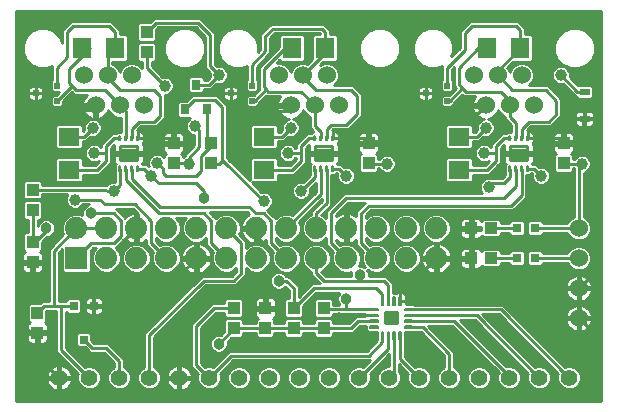
<source format=gtl>
G75*
%MOIN*%
%OFA0B0*%
%FSLAX24Y24*%
%IPPOS*%
%LPD*%
%AMOC8*
5,1,8,0,0,1.08239X$1,22.5*
%
%ADD10R,0.0740X0.0740*%
%ADD11C,0.0740*%
%ADD12R,0.0394X0.0433*%
%ADD13C,0.0114*%
%ADD14C,0.0058*%
%ADD15C,0.0600*%
%ADD16R,0.0315X0.0354*%
%ADD17R,0.0630X0.0709*%
%ADD18C,0.0560*%
%ADD19R,0.0197X0.0197*%
%ADD20R,0.0295X0.0295*%
%ADD21R,0.0315X0.0315*%
%ADD22R,0.0433X0.0394*%
%ADD23R,0.0709X0.0630*%
%ADD24R,0.0327X0.0248*%
%ADD25C,0.0071*%
%ADD26C,0.0118*%
%ADD27C,0.0100*%
%ADD28C,0.0390*%
%ADD29C,0.0380*%
D10*
X003899Y017649D03*
D11*
X004899Y017649D03*
X005899Y017649D03*
X006899Y017649D03*
X007899Y017649D03*
X008899Y017649D03*
X008899Y018649D03*
X007899Y018649D03*
X006899Y018649D03*
X005899Y018649D03*
X004899Y018649D03*
X003899Y018649D03*
X009899Y018649D03*
X010899Y018649D03*
X011899Y018649D03*
X012899Y018649D03*
X013899Y018649D03*
X014899Y018649D03*
X015899Y018649D03*
X015899Y017649D03*
X014899Y017649D03*
X013899Y017649D03*
X012899Y017649D03*
X011899Y017649D03*
X010899Y017649D03*
X009899Y017649D03*
D12*
X010199Y015983D03*
X010199Y015314D03*
X011149Y015314D03*
X011149Y015983D03*
X012149Y015983D03*
X012149Y015314D03*
X009149Y015314D03*
X009149Y015983D03*
X008399Y020814D03*
X008399Y021483D03*
X007149Y021483D03*
X007149Y020814D03*
X006249Y024514D03*
X006249Y025183D03*
X002449Y019933D03*
X002449Y019264D03*
X002449Y018183D03*
X002449Y017514D03*
X002599Y015833D03*
X002599Y015164D03*
X013649Y020814D03*
X013649Y021483D03*
X020149Y021483D03*
X020149Y020814D03*
D13*
X018936Y020921D02*
X018936Y021377D01*
X018936Y020921D02*
X018362Y020921D01*
X018362Y021377D01*
X018936Y021377D01*
X018936Y021034D02*
X018362Y021034D01*
X018362Y021147D02*
X018936Y021147D01*
X018936Y021260D02*
X018362Y021260D01*
X018362Y021373D02*
X018936Y021373D01*
X012436Y021377D02*
X012436Y020921D01*
X011862Y020921D01*
X011862Y021377D01*
X012436Y021377D01*
X012436Y021034D02*
X011862Y021034D01*
X011862Y021147D02*
X012436Y021147D01*
X012436Y021260D02*
X011862Y021260D01*
X011862Y021373D02*
X012436Y021373D01*
X005936Y021377D02*
X005936Y020921D01*
X005362Y020921D01*
X005362Y021377D01*
X005936Y021377D01*
X005936Y021034D02*
X005362Y021034D01*
X005362Y021147D02*
X005936Y021147D01*
X005936Y021260D02*
X005362Y021260D01*
X005362Y021373D02*
X005936Y021373D01*
D14*
X005964Y021591D02*
X005964Y021729D01*
X005964Y021591D02*
X005924Y021591D01*
X005924Y021729D01*
X005964Y021729D01*
X005964Y021648D02*
X005924Y021648D01*
X005924Y021705D02*
X005964Y021705D01*
X005767Y021729D02*
X005767Y021591D01*
X005727Y021591D01*
X005727Y021729D01*
X005767Y021729D01*
X005767Y021648D02*
X005727Y021648D01*
X005727Y021705D02*
X005767Y021705D01*
X005570Y021729D02*
X005570Y021591D01*
X005530Y021591D01*
X005530Y021729D01*
X005570Y021729D01*
X005570Y021648D02*
X005530Y021648D01*
X005530Y021705D02*
X005570Y021705D01*
X005373Y021729D02*
X005373Y021591D01*
X005333Y021591D01*
X005333Y021729D01*
X005373Y021729D01*
X005373Y021648D02*
X005333Y021648D01*
X005333Y021705D02*
X005373Y021705D01*
X005373Y020706D02*
X005373Y020568D01*
X005333Y020568D01*
X005333Y020706D01*
X005373Y020706D01*
X005373Y020625D02*
X005333Y020625D01*
X005333Y020682D02*
X005373Y020682D01*
X005570Y020706D02*
X005570Y020568D01*
X005530Y020568D01*
X005530Y020706D01*
X005570Y020706D01*
X005570Y020625D02*
X005530Y020625D01*
X005530Y020682D02*
X005570Y020682D01*
X005767Y020706D02*
X005767Y020568D01*
X005727Y020568D01*
X005727Y020706D01*
X005767Y020706D01*
X005767Y020625D02*
X005727Y020625D01*
X005727Y020682D02*
X005767Y020682D01*
X005964Y020706D02*
X005964Y020568D01*
X005924Y020568D01*
X005924Y020706D01*
X005964Y020706D01*
X005964Y020625D02*
X005924Y020625D01*
X005924Y020682D02*
X005964Y020682D01*
X011873Y020706D02*
X011873Y020568D01*
X011833Y020568D01*
X011833Y020706D01*
X011873Y020706D01*
X011873Y020625D02*
X011833Y020625D01*
X011833Y020682D02*
X011873Y020682D01*
X012070Y020706D02*
X012070Y020568D01*
X012030Y020568D01*
X012030Y020706D01*
X012070Y020706D01*
X012070Y020625D02*
X012030Y020625D01*
X012030Y020682D02*
X012070Y020682D01*
X012267Y020706D02*
X012267Y020568D01*
X012227Y020568D01*
X012227Y020706D01*
X012267Y020706D01*
X012267Y020625D02*
X012227Y020625D01*
X012227Y020682D02*
X012267Y020682D01*
X012464Y020706D02*
X012464Y020568D01*
X012424Y020568D01*
X012424Y020706D01*
X012464Y020706D01*
X012464Y020625D02*
X012424Y020625D01*
X012424Y020682D02*
X012464Y020682D01*
X012464Y021591D02*
X012464Y021729D01*
X012464Y021591D02*
X012424Y021591D01*
X012424Y021729D01*
X012464Y021729D01*
X012464Y021648D02*
X012424Y021648D01*
X012424Y021705D02*
X012464Y021705D01*
X012267Y021729D02*
X012267Y021591D01*
X012227Y021591D01*
X012227Y021729D01*
X012267Y021729D01*
X012267Y021648D02*
X012227Y021648D01*
X012227Y021705D02*
X012267Y021705D01*
X012070Y021729D02*
X012070Y021591D01*
X012030Y021591D01*
X012030Y021729D01*
X012070Y021729D01*
X012070Y021648D02*
X012030Y021648D01*
X012030Y021705D02*
X012070Y021705D01*
X011873Y021729D02*
X011873Y021591D01*
X011833Y021591D01*
X011833Y021729D01*
X011873Y021729D01*
X011873Y021648D02*
X011833Y021648D01*
X011833Y021705D02*
X011873Y021705D01*
X018373Y021729D02*
X018373Y021591D01*
X018333Y021591D01*
X018333Y021729D01*
X018373Y021729D01*
X018373Y021648D02*
X018333Y021648D01*
X018333Y021705D02*
X018373Y021705D01*
X018570Y021729D02*
X018570Y021591D01*
X018530Y021591D01*
X018530Y021729D01*
X018570Y021729D01*
X018570Y021648D02*
X018530Y021648D01*
X018530Y021705D02*
X018570Y021705D01*
X018767Y021729D02*
X018767Y021591D01*
X018727Y021591D01*
X018727Y021729D01*
X018767Y021729D01*
X018767Y021648D02*
X018727Y021648D01*
X018727Y021705D02*
X018767Y021705D01*
X018964Y021729D02*
X018964Y021591D01*
X018924Y021591D01*
X018924Y021729D01*
X018964Y021729D01*
X018964Y021648D02*
X018924Y021648D01*
X018924Y021705D02*
X018964Y021705D01*
X018964Y020706D02*
X018964Y020568D01*
X018924Y020568D01*
X018924Y020706D01*
X018964Y020706D01*
X018964Y020625D02*
X018924Y020625D01*
X018924Y020682D02*
X018964Y020682D01*
X018767Y020706D02*
X018767Y020568D01*
X018727Y020568D01*
X018727Y020706D01*
X018767Y020706D01*
X018767Y020625D02*
X018727Y020625D01*
X018727Y020682D02*
X018767Y020682D01*
X018570Y020706D02*
X018570Y020568D01*
X018530Y020568D01*
X018530Y020706D01*
X018570Y020706D01*
X018570Y020625D02*
X018530Y020625D01*
X018530Y020682D02*
X018570Y020682D01*
X018373Y020706D02*
X018373Y020568D01*
X018333Y020568D01*
X018333Y020706D01*
X018373Y020706D01*
X018373Y020625D02*
X018333Y020625D01*
X018333Y020682D02*
X018373Y020682D01*
D15*
X018349Y022743D03*
X017546Y022743D03*
X017145Y023743D03*
X017948Y023743D03*
X018751Y023743D03*
X019152Y022743D03*
X020649Y018649D03*
X020649Y017649D03*
X020649Y016649D03*
X020649Y015649D03*
X012652Y022743D03*
X011849Y022743D03*
X011046Y022743D03*
X010645Y023743D03*
X011448Y023743D03*
X012251Y023743D03*
X006152Y022743D03*
X005349Y022743D03*
X004546Y022743D03*
X004145Y023743D03*
X004948Y023743D03*
X005751Y023743D03*
D16*
X007524Y022605D03*
X008273Y022605D03*
X007899Y023432D03*
D17*
X005200Y024649D03*
X004097Y024649D03*
X011097Y024649D03*
X012200Y024649D03*
X017597Y024649D03*
X018700Y024649D03*
D18*
X018330Y013664D03*
X019330Y013664D03*
X020330Y013664D03*
X017330Y013664D03*
X016330Y013664D03*
X015330Y013664D03*
X014330Y013664D03*
X013330Y013664D03*
X012330Y013664D03*
X011330Y013664D03*
X010330Y013664D03*
X009330Y013664D03*
X008330Y013664D03*
X007330Y013664D03*
X006330Y013664D03*
X005330Y013664D03*
X004330Y013664D03*
X003330Y013664D03*
D19*
X003253Y022893D03*
X003253Y023404D03*
X002544Y023149D03*
X009044Y023149D03*
X009753Y023404D03*
X009753Y022893D03*
X015544Y023149D03*
X016253Y023404D03*
X016253Y022893D03*
D20*
X004483Y016060D03*
X003814Y016060D03*
X004149Y014937D03*
D21*
X018603Y017649D03*
X019194Y017649D03*
X019194Y018649D03*
X018603Y018649D03*
D22*
X017733Y018649D03*
X017064Y018649D03*
X017064Y017649D03*
X017733Y017649D03*
D23*
X016649Y020597D03*
X016649Y021700D03*
X010149Y021700D03*
X010149Y020597D03*
X003649Y020597D03*
X003649Y021700D03*
D24*
X020849Y022296D03*
X020849Y023201D03*
D25*
X014670Y016341D02*
X014670Y016097D01*
X014670Y016341D02*
X014718Y016341D01*
X014718Y016097D01*
X014670Y016097D01*
X014670Y016167D02*
X014718Y016167D01*
X014718Y016237D02*
X014670Y016237D01*
X014670Y016307D02*
X014718Y016307D01*
X014473Y016341D02*
X014473Y016097D01*
X014473Y016341D02*
X014521Y016341D01*
X014521Y016097D01*
X014473Y016097D01*
X014473Y016167D02*
X014521Y016167D01*
X014521Y016237D02*
X014473Y016237D01*
X014473Y016307D02*
X014521Y016307D01*
X014276Y016341D02*
X014276Y016097D01*
X014276Y016341D02*
X014324Y016341D01*
X014324Y016097D01*
X014276Y016097D01*
X014276Y016167D02*
X014324Y016167D01*
X014324Y016237D02*
X014276Y016237D01*
X014276Y016307D02*
X014324Y016307D01*
X014079Y016341D02*
X014079Y016097D01*
X014079Y016341D02*
X014127Y016341D01*
X014127Y016097D01*
X014079Y016097D01*
X014079Y016167D02*
X014127Y016167D01*
X014127Y016237D02*
X014079Y016237D01*
X014079Y016307D02*
X014127Y016307D01*
X013950Y015920D02*
X013706Y015920D01*
X013706Y015968D01*
X013950Y015968D01*
X013950Y015920D01*
X013950Y015723D02*
X013706Y015723D01*
X013706Y015771D01*
X013950Y015771D01*
X013950Y015723D01*
X013950Y015526D02*
X013706Y015526D01*
X013706Y015574D01*
X013950Y015574D01*
X013950Y015526D01*
X013950Y015329D02*
X013706Y015329D01*
X013706Y015377D01*
X013950Y015377D01*
X013950Y015329D01*
X014079Y015200D02*
X014079Y014956D01*
X014079Y015200D02*
X014127Y015200D01*
X014127Y014956D01*
X014079Y014956D01*
X014079Y015026D02*
X014127Y015026D01*
X014127Y015096D02*
X014079Y015096D01*
X014079Y015166D02*
X014127Y015166D01*
X014276Y015200D02*
X014276Y014956D01*
X014276Y015200D02*
X014324Y015200D01*
X014324Y014956D01*
X014276Y014956D01*
X014276Y015026D02*
X014324Y015026D01*
X014324Y015096D02*
X014276Y015096D01*
X014276Y015166D02*
X014324Y015166D01*
X014473Y015200D02*
X014473Y014956D01*
X014473Y015200D02*
X014521Y015200D01*
X014521Y014956D01*
X014473Y014956D01*
X014473Y015026D02*
X014521Y015026D01*
X014521Y015096D02*
X014473Y015096D01*
X014473Y015166D02*
X014521Y015166D01*
X014670Y015200D02*
X014670Y014956D01*
X014670Y015200D02*
X014718Y015200D01*
X014718Y014956D01*
X014670Y014956D01*
X014670Y015026D02*
X014718Y015026D01*
X014718Y015096D02*
X014670Y015096D01*
X014670Y015166D02*
X014718Y015166D01*
X014847Y015329D02*
X015091Y015329D01*
X014847Y015329D02*
X014847Y015377D01*
X015091Y015377D01*
X015091Y015329D01*
X015091Y015526D02*
X014847Y015526D01*
X014847Y015574D01*
X015091Y015574D01*
X015091Y015526D01*
X015091Y015723D02*
X014847Y015723D01*
X014847Y015771D01*
X015091Y015771D01*
X015091Y015723D01*
X015091Y015920D02*
X014847Y015920D01*
X014847Y015968D01*
X015091Y015968D01*
X015091Y015920D01*
D26*
X014222Y015826D02*
X014222Y015472D01*
X014222Y015826D02*
X014576Y015826D01*
X014576Y015472D01*
X014222Y015472D01*
X014222Y015589D02*
X014576Y015589D01*
X014576Y015706D02*
X014222Y015706D01*
X014222Y015823D02*
X014576Y015823D01*
D27*
X001899Y012899D02*
X001899Y025899D01*
X021399Y025899D01*
X021399Y012899D01*
X001899Y012899D01*
X001899Y012944D02*
X021399Y012944D01*
X021399Y013043D02*
X001899Y013043D01*
X001899Y013141D02*
X021399Y013141D01*
X021399Y013240D02*
X007397Y013240D01*
X007430Y013245D02*
X007495Y013266D01*
X007555Y013296D01*
X007610Y013336D01*
X007658Y013384D01*
X007697Y013439D01*
X007728Y013499D01*
X007749Y013564D01*
X007760Y013630D01*
X007760Y013636D01*
X007358Y013636D01*
X007358Y013693D01*
X007301Y013693D01*
X007301Y014094D01*
X007296Y014094D01*
X007229Y014084D01*
X007165Y014063D01*
X007104Y014032D01*
X007049Y013992D01*
X007002Y013944D01*
X006962Y013890D01*
X006931Y013829D01*
X006910Y013765D01*
X006900Y013698D01*
X006900Y013693D01*
X007301Y013693D01*
X007301Y013636D01*
X006900Y013636D01*
X006900Y013630D01*
X006910Y013564D01*
X006931Y013499D01*
X006962Y013439D01*
X007002Y013384D01*
X007049Y013336D01*
X007104Y013296D01*
X007165Y013266D01*
X007229Y013245D01*
X007296Y013234D01*
X007301Y013234D01*
X007301Y013636D01*
X007358Y013636D01*
X007358Y013234D01*
X007363Y013234D01*
X007430Y013245D01*
X007358Y013240D02*
X007301Y013240D01*
X007263Y013240D02*
X003397Y013240D01*
X003430Y013245D02*
X003495Y013266D01*
X003555Y013296D01*
X003610Y013336D01*
X003658Y013384D01*
X003697Y013439D01*
X003728Y013499D01*
X003749Y013564D01*
X003760Y013630D01*
X003760Y013636D01*
X003358Y013636D01*
X003358Y013693D01*
X003301Y013693D01*
X003301Y014094D01*
X003296Y014094D01*
X003229Y014084D01*
X003165Y014063D01*
X003104Y014032D01*
X003049Y013992D01*
X003002Y013944D01*
X002962Y013890D01*
X002931Y013829D01*
X002910Y013765D01*
X002900Y013698D01*
X002900Y013693D01*
X003301Y013693D01*
X003301Y013636D01*
X002900Y013636D01*
X002900Y013630D01*
X002910Y013564D01*
X002931Y013499D01*
X002962Y013439D01*
X003002Y013384D01*
X003049Y013336D01*
X003104Y013296D01*
X003165Y013266D01*
X003229Y013245D01*
X003296Y013234D01*
X003301Y013234D01*
X003301Y013636D01*
X003358Y013636D01*
X003358Y013234D01*
X003363Y013234D01*
X003430Y013245D01*
X003358Y013240D02*
X003301Y013240D01*
X003263Y013240D02*
X001899Y013240D01*
X001899Y013338D02*
X003048Y013338D01*
X002964Y013437D02*
X001899Y013437D01*
X001899Y013535D02*
X002919Y013535D01*
X002900Y013634D02*
X001899Y013634D01*
X001899Y013732D02*
X002905Y013732D01*
X002932Y013831D02*
X001899Y013831D01*
X001899Y013929D02*
X002990Y013929D01*
X003098Y014028D02*
X001899Y014028D01*
X001899Y014126D02*
X003642Y014126D01*
X003561Y014028D02*
X003740Y014028D01*
X003658Y013944D02*
X003610Y013992D01*
X003555Y014032D01*
X003495Y014063D01*
X003430Y014084D01*
X003363Y014094D01*
X003358Y014094D01*
X003358Y013693D01*
X003760Y013693D01*
X003760Y013698D01*
X003749Y013765D01*
X003728Y013829D01*
X003697Y013890D01*
X003658Y013944D01*
X003669Y013929D02*
X003839Y013929D01*
X003937Y013831D02*
X003727Y013831D01*
X003754Y013732D02*
X003940Y013732D01*
X003940Y013742D02*
X003940Y013587D01*
X003999Y013443D01*
X004109Y013334D01*
X004252Y013274D01*
X004407Y013274D01*
X004551Y013334D01*
X004660Y013443D01*
X004720Y013587D01*
X004720Y013742D01*
X004660Y013885D01*
X004551Y013995D01*
X004407Y014054D01*
X004252Y014054D01*
X004191Y014029D01*
X003559Y014662D01*
X003559Y015864D01*
X003621Y015802D01*
X004007Y015802D01*
X004071Y015866D01*
X004071Y016253D01*
X004007Y016317D01*
X003621Y016317D01*
X003556Y016253D01*
X003556Y016220D01*
X003309Y016220D01*
X003309Y017832D01*
X003419Y017942D01*
X003419Y017233D01*
X003483Y017169D01*
X004314Y017169D01*
X004379Y017233D01*
X004379Y017902D01*
X004465Y017989D01*
X004560Y017989D01*
X004492Y017920D01*
X004419Y017744D01*
X004419Y017553D01*
X004492Y017377D01*
X004627Y017242D01*
X004803Y017169D01*
X004994Y017169D01*
X005170Y017242D01*
X005305Y017377D01*
X005379Y017553D01*
X005379Y017744D01*
X005305Y017920D01*
X005226Y018000D01*
X005465Y018239D01*
X005519Y018293D01*
X005560Y018252D01*
X005626Y018204D01*
X005699Y018167D01*
X005777Y018141D01*
X005849Y018130D01*
X005849Y018598D01*
X005949Y018598D01*
X005949Y018130D01*
X006020Y018141D01*
X006098Y018167D01*
X006171Y018204D01*
X006237Y018252D01*
X006239Y018253D01*
X006239Y018082D01*
X006332Y017989D01*
X006465Y017856D01*
X006419Y017744D01*
X006419Y017553D01*
X006492Y017377D01*
X006627Y017242D01*
X006803Y017169D01*
X006994Y017169D01*
X007170Y017242D01*
X007305Y017377D01*
X007379Y017553D01*
X007379Y017744D01*
X007305Y017920D01*
X007170Y018055D01*
X006994Y018129D01*
X006803Y018129D01*
X006691Y018082D01*
X006559Y018215D01*
X006559Y018310D01*
X006627Y018242D01*
X006803Y018169D01*
X006994Y018169D01*
X007170Y018242D01*
X007305Y018377D01*
X007379Y018553D01*
X007379Y018744D01*
X007305Y018920D01*
X007237Y018989D01*
X007560Y018989D01*
X007492Y018920D01*
X007419Y018744D01*
X007419Y018553D01*
X007492Y018377D01*
X007627Y018242D01*
X007803Y018169D01*
X007994Y018169D01*
X008170Y018242D01*
X008239Y018310D01*
X008239Y018082D01*
X008465Y017856D01*
X008419Y017744D01*
X008419Y017553D01*
X008492Y017377D01*
X008627Y017242D01*
X008803Y017169D01*
X008994Y017169D01*
X009170Y017242D01*
X009239Y017310D01*
X009239Y017215D01*
X009082Y017059D01*
X008082Y017059D01*
X007989Y016965D01*
X006170Y015146D01*
X006170Y014020D01*
X006109Y013995D01*
X005999Y013885D01*
X005940Y013742D01*
X005940Y013587D01*
X005999Y013443D01*
X006109Y013334D01*
X006252Y013274D01*
X006407Y013274D01*
X006551Y013334D01*
X006660Y013443D01*
X006720Y013587D01*
X006720Y013742D01*
X006660Y013885D01*
X006551Y013995D01*
X006490Y014020D01*
X006490Y015013D01*
X008215Y016739D01*
X009215Y016739D01*
X009465Y016989D01*
X009559Y017082D01*
X009559Y017310D01*
X009627Y017242D01*
X009803Y017169D01*
X009994Y017169D01*
X010170Y017242D01*
X010305Y017377D01*
X010379Y017553D01*
X010379Y017744D01*
X010305Y017920D01*
X010170Y018055D01*
X009994Y018129D01*
X009803Y018129D01*
X009627Y018055D01*
X009559Y017987D01*
X009559Y018215D01*
X009465Y018309D01*
X009465Y018309D01*
X009332Y018441D01*
X009379Y018553D01*
X009379Y018744D01*
X009305Y018920D01*
X009170Y019055D01*
X008994Y019129D01*
X008803Y019129D01*
X008627Y019055D01*
X008547Y018976D01*
X008465Y019059D01*
X008345Y019179D01*
X009595Y019179D01*
X009674Y019118D01*
X009626Y019093D01*
X009560Y019045D01*
X009502Y018987D01*
X009454Y018921D01*
X009417Y018848D01*
X009391Y018770D01*
X009380Y018699D01*
X009848Y018699D01*
X009848Y018599D01*
X009380Y018599D01*
X009391Y018527D01*
X009417Y018449D01*
X009454Y018376D01*
X009502Y018310D01*
X009560Y018252D01*
X009626Y018204D01*
X009699Y018167D01*
X009777Y018141D01*
X009849Y018130D01*
X009849Y018598D01*
X009949Y018598D01*
X009949Y018130D01*
X010020Y018141D01*
X010098Y018167D01*
X010171Y018204D01*
X010237Y018252D01*
X010239Y018253D01*
X010239Y018082D01*
X010465Y017856D01*
X010419Y017744D01*
X010419Y017553D01*
X010492Y017377D01*
X010627Y017242D01*
X010803Y017169D01*
X010994Y017169D01*
X011170Y017242D01*
X011305Y017377D01*
X011379Y017553D01*
X011379Y017744D01*
X011305Y017920D01*
X011170Y018055D01*
X010994Y018129D01*
X010803Y018129D01*
X010691Y018082D01*
X010559Y018215D01*
X010559Y018310D01*
X010627Y018242D01*
X010803Y018169D01*
X010994Y018169D01*
X011170Y018242D01*
X011305Y018377D01*
X011379Y018553D01*
X011379Y018744D01*
X011332Y018856D01*
X012087Y019611D01*
X012087Y019563D01*
X011739Y019215D01*
X011739Y019102D01*
X011627Y019055D01*
X011492Y018920D01*
X011419Y018744D01*
X011419Y018553D01*
X011492Y018377D01*
X011627Y018242D01*
X011803Y018169D01*
X011994Y018169D01*
X012170Y018242D01*
X012239Y018310D01*
X012239Y018082D01*
X012465Y017856D01*
X012419Y017744D01*
X012419Y017553D01*
X012492Y017377D01*
X012627Y017242D01*
X012803Y017169D01*
X012994Y017169D01*
X013065Y017198D01*
X013049Y017158D01*
X013049Y017059D01*
X012215Y017059D01*
X012072Y017201D01*
X012170Y017242D01*
X012305Y017377D01*
X012379Y017553D01*
X012379Y017744D01*
X012305Y017920D01*
X012170Y018055D01*
X011994Y018129D01*
X011803Y018129D01*
X011627Y018055D01*
X011492Y017920D01*
X011419Y017744D01*
X011419Y017553D01*
X011492Y017377D01*
X011627Y017242D01*
X011739Y017195D01*
X011739Y017082D01*
X011832Y016989D01*
X012012Y016809D01*
X011748Y016809D01*
X011309Y016369D01*
X011309Y016715D01*
X011215Y016809D01*
X010965Y017059D01*
X010907Y017059D01*
X010903Y017068D01*
X010818Y017153D01*
X010708Y017199D01*
X010589Y017199D01*
X010479Y017153D01*
X010394Y017068D01*
X010349Y016958D01*
X010349Y016839D01*
X010394Y016729D01*
X010479Y016644D01*
X010589Y016599D01*
X010708Y016599D01*
X010818Y016644D01*
X010872Y016698D01*
X010989Y016582D01*
X010989Y016310D01*
X010906Y016310D01*
X010842Y016245D01*
X010842Y015721D01*
X010906Y015657D01*
X011391Y015657D01*
X011455Y015721D01*
X011455Y016064D01*
X011880Y016489D01*
X012664Y016489D01*
X012644Y016468D01*
X012599Y016358D01*
X012599Y016239D01*
X012644Y016129D01*
X012669Y016104D01*
X012455Y016104D01*
X012455Y016245D01*
X012391Y016310D01*
X011906Y016310D01*
X011842Y016245D01*
X011842Y015721D01*
X011906Y015657D01*
X012391Y015657D01*
X012455Y015721D01*
X012455Y015784D01*
X013520Y015784D01*
X013520Y015747D01*
X013828Y015747D01*
X012747Y015747D01*
X012649Y015639D01*
X012455Y015576D02*
X012391Y015640D01*
X011906Y015640D01*
X011842Y015576D01*
X011842Y015474D01*
X011455Y015474D01*
X011455Y015576D01*
X011391Y015640D01*
X010906Y015640D01*
X010842Y015576D01*
X010842Y015474D01*
X010505Y015474D01*
X010505Y015576D01*
X010454Y015627D01*
X010487Y015647D01*
X010515Y015675D01*
X010535Y015709D01*
X010545Y015747D01*
X010545Y015935D01*
X010247Y015935D01*
X010247Y016032D01*
X010150Y016032D01*
X010150Y016350D01*
X009982Y016350D01*
X009944Y016339D01*
X009910Y016320D01*
X009882Y016292D01*
X009862Y016258D01*
X009852Y016219D01*
X009852Y016032D01*
X010150Y016032D01*
X010150Y015935D01*
X009852Y015935D01*
X009852Y015747D01*
X009862Y015709D01*
X009882Y015675D01*
X009910Y015647D01*
X009943Y015627D01*
X009892Y015576D01*
X009892Y015474D01*
X009455Y015474D01*
X009455Y015576D01*
X009391Y015640D01*
X008906Y015640D01*
X008842Y015576D01*
X008842Y015218D01*
X008718Y015094D01*
X008708Y015099D01*
X008589Y015099D01*
X008479Y015053D01*
X008394Y014968D01*
X008349Y014858D01*
X008349Y014739D01*
X008394Y014629D01*
X008479Y014544D01*
X008589Y014499D01*
X008708Y014499D01*
X008818Y014544D01*
X008903Y014629D01*
X008949Y014739D01*
X008949Y014858D01*
X008944Y014868D01*
X009064Y014987D01*
X009391Y014987D01*
X009455Y015052D01*
X009455Y015154D01*
X009892Y015154D01*
X009892Y015052D01*
X009956Y014987D01*
X010441Y014987D01*
X010505Y015052D01*
X010505Y015154D01*
X010842Y015154D01*
X010842Y015052D01*
X010906Y014987D01*
X011391Y014987D01*
X011455Y015052D01*
X011455Y015154D01*
X011842Y015154D01*
X011842Y015052D01*
X011906Y014987D01*
X012391Y014987D01*
X012455Y015052D01*
X012455Y015154D01*
X013130Y015154D01*
X013224Y015248D01*
X013366Y015390D01*
X013560Y015390D01*
X013560Y015269D01*
X013645Y015184D01*
X013934Y015184D01*
X013934Y014910D01*
X013582Y014559D01*
X008998Y014559D01*
X008904Y014465D01*
X008468Y014029D01*
X008407Y014054D01*
X008252Y014054D01*
X008191Y014029D01*
X008059Y014162D01*
X008059Y015332D01*
X008549Y015823D01*
X008842Y015823D01*
X008842Y015721D01*
X008906Y015657D01*
X009391Y015657D01*
X009455Y015721D01*
X009455Y016245D01*
X009391Y016310D01*
X008906Y016310D01*
X008842Y016245D01*
X008842Y016143D01*
X008417Y016143D01*
X007832Y015559D01*
X007739Y015465D01*
X007739Y014029D01*
X007965Y013803D01*
X007940Y013742D01*
X007940Y013587D01*
X007999Y013443D01*
X008109Y013334D01*
X008252Y013274D01*
X008407Y013274D01*
X008551Y013334D01*
X008660Y013443D01*
X008720Y013587D01*
X008720Y013742D01*
X008694Y013803D01*
X009130Y014239D01*
X013678Y014239D01*
X013468Y014029D01*
X013407Y014054D01*
X013252Y014054D01*
X013109Y013995D01*
X012999Y013885D01*
X012940Y013742D01*
X012940Y013587D01*
X012999Y013443D01*
X013109Y013334D01*
X013252Y013274D01*
X013407Y013274D01*
X013551Y013334D01*
X013660Y013443D01*
X013720Y013587D01*
X013720Y013742D01*
X013694Y013803D01*
X014337Y014445D01*
X014337Y014054D01*
X014252Y014054D01*
X014109Y013995D01*
X013999Y013885D01*
X013940Y013742D01*
X013940Y013587D01*
X013999Y013443D01*
X014109Y013334D01*
X014252Y013274D01*
X014407Y013274D01*
X014551Y013334D01*
X014660Y013443D01*
X014720Y013587D01*
X014720Y013742D01*
X014660Y013885D01*
X014657Y013888D01*
X014657Y014111D01*
X014965Y013803D01*
X014940Y013742D01*
X014940Y013587D01*
X014999Y013443D01*
X015109Y013334D01*
X015252Y013274D01*
X015407Y013274D01*
X015551Y013334D01*
X015660Y013443D01*
X015720Y013587D01*
X015720Y013742D01*
X015660Y013885D01*
X015551Y013995D01*
X015407Y014054D01*
X015252Y014054D01*
X015191Y014029D01*
X014854Y014366D01*
X014854Y014886D01*
X014863Y014895D01*
X014863Y015184D01*
X015152Y015184D01*
X015161Y015193D01*
X015378Y015193D01*
X016170Y014401D01*
X016170Y014020D01*
X016109Y013995D01*
X015999Y013885D01*
X015940Y013742D01*
X015940Y013587D01*
X015999Y013443D01*
X016109Y013334D01*
X016252Y013274D01*
X016407Y013274D01*
X016551Y013334D01*
X016660Y013443D01*
X016720Y013587D01*
X016720Y013742D01*
X016660Y013885D01*
X016551Y013995D01*
X016490Y014020D01*
X016490Y014534D01*
X016396Y014627D01*
X015633Y015390D01*
X016431Y015390D01*
X017980Y013840D01*
X017940Y013742D01*
X017940Y013587D01*
X017999Y013443D01*
X018109Y013334D01*
X018252Y013274D01*
X018407Y013274D01*
X018551Y013334D01*
X018660Y013443D01*
X018720Y013587D01*
X018720Y013742D01*
X018660Y013885D01*
X018551Y013995D01*
X018407Y014054D01*
X018252Y014054D01*
X018229Y014045D01*
X016686Y015587D01*
X017181Y015587D01*
X018965Y013803D01*
X018940Y013742D01*
X018940Y013587D01*
X018999Y013443D01*
X019109Y013334D01*
X019252Y013274D01*
X019407Y013274D01*
X019551Y013334D01*
X019660Y013443D01*
X019720Y013587D01*
X019720Y013742D01*
X019660Y013885D01*
X019551Y013995D01*
X019407Y014054D01*
X019252Y014054D01*
X019191Y014029D01*
X017436Y015784D01*
X017984Y015784D01*
X019965Y013803D01*
X019940Y013742D01*
X019940Y013587D01*
X019999Y013443D01*
X020109Y013334D01*
X020252Y013274D01*
X020407Y013274D01*
X020551Y013334D01*
X020660Y013443D01*
X020720Y013587D01*
X020720Y013742D01*
X020660Y013885D01*
X020551Y013995D01*
X020407Y014054D01*
X020252Y014054D01*
X020191Y014029D01*
X018116Y016104D01*
X015161Y016104D01*
X015152Y016113D01*
X014903Y016113D01*
X014903Y016219D01*
X014694Y016219D01*
X014694Y016219D01*
X014903Y016219D01*
X014903Y016366D01*
X014890Y016413D01*
X014866Y016455D01*
X014831Y016490D01*
X020227Y016490D01*
X020231Y016476D02*
X020264Y016413D01*
X020305Y016355D01*
X020355Y016305D01*
X020413Y016264D01*
X020476Y016231D01*
X020543Y016210D01*
X020613Y016199D01*
X020620Y016199D01*
X020620Y016620D01*
X020199Y016620D01*
X020199Y016613D01*
X020210Y016543D01*
X020231Y016476D01*
X020279Y016392D02*
X014896Y016392D01*
X014903Y016293D02*
X020372Y016293D01*
X020620Y016293D02*
X020677Y016293D01*
X020677Y016199D02*
X020684Y016199D01*
X020754Y016210D01*
X020821Y016231D01*
X020884Y016264D01*
X020942Y016305D01*
X020992Y016355D01*
X021033Y016413D01*
X021066Y016476D01*
X021087Y016543D01*
X021099Y016613D01*
X021099Y016620D01*
X020677Y016620D01*
X020677Y016199D01*
X020677Y016099D02*
X020677Y015677D01*
X020620Y015677D01*
X020620Y015620D01*
X020199Y015620D01*
X020199Y015613D01*
X020210Y015543D01*
X020231Y015476D01*
X020264Y015413D01*
X020305Y015355D01*
X020355Y015305D01*
X020413Y015264D01*
X020476Y015231D01*
X020543Y015210D01*
X020613Y015199D01*
X020620Y015199D01*
X020620Y015620D01*
X020677Y015620D01*
X020677Y015199D01*
X020684Y015199D01*
X020754Y015210D01*
X020821Y015231D01*
X020884Y015264D01*
X020942Y015305D01*
X020992Y015355D01*
X021033Y015413D01*
X021066Y015476D01*
X021087Y015543D01*
X021099Y015613D01*
X021099Y015620D01*
X020677Y015620D01*
X020677Y015677D01*
X021099Y015677D01*
X021099Y015684D01*
X021087Y015754D01*
X021066Y015821D01*
X021033Y015884D01*
X020992Y015942D01*
X020942Y015992D01*
X020884Y016033D01*
X020821Y016066D01*
X020754Y016087D01*
X020684Y016099D01*
X020677Y016099D01*
X020677Y016096D02*
X020620Y016096D01*
X020620Y016099D02*
X020613Y016099D01*
X020543Y016087D01*
X020476Y016066D01*
X020413Y016033D01*
X020355Y015992D01*
X020305Y015942D01*
X020264Y015884D01*
X020231Y015821D01*
X020210Y015754D01*
X020199Y015684D01*
X020199Y015677D01*
X020620Y015677D01*
X020620Y016099D01*
X020597Y016096D02*
X018124Y016096D01*
X018223Y015998D02*
X020363Y015998D01*
X020274Y015899D02*
X018321Y015899D01*
X018420Y015801D02*
X020225Y015801D01*
X020201Y015702D02*
X018518Y015702D01*
X018617Y015604D02*
X020200Y015604D01*
X020222Y015505D02*
X018715Y015505D01*
X018814Y015407D02*
X020268Y015407D01*
X020353Y015308D02*
X018912Y015308D01*
X019011Y015210D02*
X020544Y015210D01*
X020620Y015210D02*
X020677Y015210D01*
X020753Y015210D02*
X021399Y015210D01*
X021399Y015308D02*
X020944Y015308D01*
X021029Y015407D02*
X021399Y015407D01*
X021399Y015505D02*
X021075Y015505D01*
X021097Y015604D02*
X021399Y015604D01*
X021399Y015702D02*
X021096Y015702D01*
X021072Y015801D02*
X021399Y015801D01*
X021399Y015899D02*
X021023Y015899D01*
X020934Y015998D02*
X021399Y015998D01*
X021399Y016096D02*
X020700Y016096D01*
X020677Y015998D02*
X020620Y015998D01*
X020620Y015899D02*
X020677Y015899D01*
X020677Y015801D02*
X020620Y015801D01*
X020620Y015702D02*
X020677Y015702D01*
X020649Y015649D02*
X021149Y015149D01*
X021149Y013399D01*
X020649Y012899D01*
X007149Y012899D01*
X007024Y013024D01*
X007330Y013330D01*
X007330Y013664D01*
X007358Y013693D02*
X007760Y013693D01*
X007760Y013698D01*
X007749Y013765D01*
X007728Y013829D01*
X007697Y013890D01*
X007658Y013944D01*
X007610Y013992D01*
X007555Y014032D01*
X007495Y014063D01*
X007430Y014084D01*
X007363Y014094D01*
X007358Y014094D01*
X007358Y013693D01*
X007358Y013732D02*
X007301Y013732D01*
X007301Y013634D02*
X007358Y013634D01*
X007358Y013535D02*
X007301Y013535D01*
X007301Y013437D02*
X007358Y013437D01*
X007358Y013338D02*
X007301Y013338D01*
X007048Y013338D02*
X006555Y013338D01*
X006653Y013437D02*
X006964Y013437D01*
X006919Y013535D02*
X006698Y013535D01*
X006720Y013634D02*
X006900Y013634D01*
X006905Y013732D02*
X006720Y013732D01*
X006683Y013831D02*
X006932Y013831D01*
X006990Y013929D02*
X006616Y013929D01*
X006490Y014028D02*
X007098Y014028D01*
X007301Y014028D02*
X007358Y014028D01*
X007358Y013929D02*
X007301Y013929D01*
X007301Y013831D02*
X007358Y013831D01*
X007561Y014028D02*
X007740Y014028D01*
X007739Y014126D02*
X006490Y014126D01*
X006490Y014225D02*
X007739Y014225D01*
X007739Y014323D02*
X006490Y014323D01*
X006490Y014422D02*
X007739Y014422D01*
X007739Y014520D02*
X006490Y014520D01*
X006490Y014619D02*
X007739Y014619D01*
X007739Y014717D02*
X006490Y014717D01*
X006490Y014816D02*
X007739Y014816D01*
X007739Y014914D02*
X006490Y014914D01*
X006490Y015013D02*
X007739Y015013D01*
X007739Y015111D02*
X006587Y015111D01*
X006686Y015210D02*
X007739Y015210D01*
X007739Y015308D02*
X006784Y015308D01*
X006883Y015407D02*
X007739Y015407D01*
X007779Y015505D02*
X006981Y015505D01*
X007080Y015604D02*
X007877Y015604D01*
X007976Y015702D02*
X007178Y015702D01*
X007277Y015801D02*
X008074Y015801D01*
X008173Y015899D02*
X007375Y015899D01*
X007474Y015998D02*
X008271Y015998D01*
X008370Y016096D02*
X007572Y016096D01*
X007671Y016195D02*
X008842Y016195D01*
X008889Y016293D02*
X007769Y016293D01*
X007868Y016392D02*
X010989Y016392D01*
X010989Y016490D02*
X007966Y016490D01*
X008065Y016589D02*
X010982Y016589D01*
X010884Y016687D02*
X010861Y016687D01*
X010899Y016899D02*
X011149Y016649D01*
X011149Y015983D01*
X011814Y016649D01*
X013899Y016649D01*
X014103Y016444D01*
X014103Y016219D01*
X014300Y016219D02*
X014300Y016747D01*
X014149Y016899D01*
X013349Y016899D01*
X012149Y016899D01*
X011899Y017149D01*
X011899Y017649D01*
X012346Y017475D02*
X012451Y017475D01*
X012419Y017574D02*
X012379Y017574D01*
X012379Y017672D02*
X012419Y017672D01*
X012429Y017771D02*
X012368Y017771D01*
X012327Y017869D02*
X012452Y017869D01*
X012353Y017968D02*
X012258Y017968D01*
X012255Y018066D02*
X012145Y018066D01*
X012239Y018165D02*
X010609Y018165D01*
X010605Y018263D02*
X010559Y018263D01*
X010399Y018149D02*
X010899Y017649D01*
X011346Y017475D02*
X011451Y017475D01*
X011419Y017574D02*
X011379Y017574D01*
X011379Y017672D02*
X011419Y017672D01*
X011429Y017771D02*
X011368Y017771D01*
X011327Y017869D02*
X011470Y017869D01*
X011539Y017968D02*
X011258Y017968D01*
X011145Y018066D02*
X011652Y018066D01*
X011605Y018263D02*
X011192Y018263D01*
X011290Y018362D02*
X011507Y018362D01*
X011457Y018460D02*
X011340Y018460D01*
X011379Y018559D02*
X011419Y018559D01*
X011419Y018657D02*
X011379Y018657D01*
X011374Y018756D02*
X011423Y018756D01*
X011464Y018854D02*
X011333Y018854D01*
X011429Y018953D02*
X011524Y018953D01*
X011527Y019051D02*
X011622Y019051D01*
X011626Y019150D02*
X011739Y019150D01*
X011724Y019248D02*
X011772Y019248D01*
X011823Y019347D02*
X011870Y019347D01*
X011921Y019445D02*
X011969Y019445D01*
X012020Y019544D02*
X012067Y019544D01*
X012247Y019497D02*
X011899Y019149D01*
X011899Y018649D01*
X012239Y018987D02*
X012170Y019055D01*
X012072Y019096D01*
X012313Y019337D01*
X012407Y019431D01*
X012407Y020428D01*
X012522Y020428D01*
X012570Y020477D01*
X012594Y020477D01*
X012599Y020472D01*
X012594Y020459D01*
X012594Y020338D01*
X012640Y020226D01*
X012726Y020140D01*
X012838Y020094D01*
X012959Y020094D01*
X013071Y020140D01*
X013157Y020226D01*
X013204Y020338D01*
X013204Y020459D01*
X013157Y020571D01*
X013071Y020657D01*
X012959Y020704D01*
X012838Y020704D01*
X012825Y020698D01*
X012727Y020797D01*
X012604Y020797D01*
X012629Y020840D01*
X012643Y020893D01*
X012643Y021099D01*
X012199Y021099D01*
X012199Y021199D01*
X012643Y021199D01*
X012643Y021404D01*
X012629Y021457D01*
X012611Y021488D01*
X012631Y021522D01*
X012643Y021567D01*
X012643Y021660D01*
X012444Y021660D01*
X012444Y021660D01*
X012643Y021660D01*
X012643Y021753D01*
X012631Y021799D01*
X012607Y021840D01*
X012574Y021873D01*
X012533Y021897D01*
X012488Y021909D01*
X012444Y021909D01*
X012444Y021660D01*
X013149Y021660D01*
X013149Y021649D01*
X012649Y021149D01*
X012149Y021149D01*
X012199Y021120D02*
X013385Y021120D01*
X013393Y021127D02*
X013342Y021076D01*
X013342Y020552D01*
X013406Y020487D01*
X013891Y020487D01*
X013955Y020552D01*
X013955Y020639D01*
X013985Y020639D01*
X013990Y020626D01*
X014076Y020540D01*
X014188Y020494D01*
X014309Y020494D01*
X014421Y020540D01*
X014507Y020626D01*
X014554Y020738D01*
X014554Y020859D01*
X014507Y020971D01*
X014421Y021057D01*
X014309Y021104D01*
X014188Y021104D01*
X014076Y021057D01*
X013990Y020971D01*
X013985Y020959D01*
X013955Y020959D01*
X013955Y021076D01*
X013904Y021127D01*
X013937Y021147D01*
X013965Y021175D01*
X013985Y021209D01*
X013995Y021247D01*
X013995Y021435D01*
X013697Y021435D01*
X013697Y021532D01*
X013600Y021532D01*
X013600Y021850D01*
X013432Y021850D01*
X013394Y021839D01*
X013360Y021820D01*
X013332Y021792D01*
X013312Y021758D01*
X013302Y021719D01*
X013302Y021532D01*
X013600Y021532D01*
X013600Y021435D01*
X013302Y021435D01*
X013302Y021247D01*
X013312Y021209D01*
X013332Y021175D01*
X013360Y021147D01*
X013393Y021127D01*
X013342Y021021D02*
X012643Y021021D01*
X012643Y020923D02*
X013342Y020923D01*
X013342Y020824D02*
X012620Y020824D01*
X012660Y020637D02*
X012899Y020399D01*
X013175Y020529D02*
X013365Y020529D01*
X013342Y020627D02*
X013101Y020627D01*
X013204Y020430D02*
X016184Y020430D01*
X016184Y020332D02*
X013201Y020332D01*
X013160Y020233D02*
X016188Y020233D01*
X016184Y020237D02*
X016249Y020172D01*
X017048Y020172D01*
X017113Y020237D01*
X017113Y020437D01*
X017664Y020437D01*
X017965Y020739D01*
X018059Y020832D01*
X018059Y021332D01*
X018163Y021436D01*
X018154Y021404D01*
X018154Y021199D01*
X018598Y021199D01*
X018598Y021099D01*
X018154Y021099D01*
X018154Y020893D01*
X018168Y020840D01*
X018195Y020793D01*
X018209Y020779D01*
X018194Y020764D01*
X018194Y020704D01*
X018193Y020703D01*
X018193Y020420D01*
X018082Y020309D01*
X017745Y020309D01*
X017709Y020324D01*
X017588Y020324D01*
X017476Y020277D01*
X017390Y020191D01*
X017344Y020079D01*
X017344Y019958D01*
X017390Y019846D01*
X017427Y019809D01*
X012832Y019809D01*
X012332Y019309D01*
X012239Y019215D01*
X012239Y018987D01*
X012239Y019051D02*
X012175Y019051D01*
X012126Y019150D02*
X012239Y019150D01*
X012224Y019248D02*
X012272Y019248D01*
X012323Y019347D02*
X012370Y019347D01*
X012407Y019445D02*
X012469Y019445D01*
X012407Y019544D02*
X012567Y019544D01*
X012666Y019642D02*
X012407Y019642D01*
X012407Y019741D02*
X012764Y019741D01*
X012899Y019649D02*
X012399Y019149D01*
X012399Y018149D01*
X012899Y017649D01*
X013346Y017475D02*
X013451Y017475D01*
X013419Y017553D02*
X013492Y017377D01*
X013513Y017355D01*
X013408Y017399D01*
X013314Y017399D01*
X013379Y017553D01*
X013379Y017744D01*
X013305Y017920D01*
X013170Y018055D01*
X012994Y018129D01*
X012803Y018129D01*
X012691Y018082D01*
X012559Y018215D01*
X012559Y018253D01*
X012560Y018252D01*
X012626Y018204D01*
X012699Y018167D01*
X012777Y018141D01*
X012849Y018130D01*
X012849Y018598D01*
X012949Y018598D01*
X012949Y018130D01*
X013020Y018141D01*
X013098Y018167D01*
X013171Y018204D01*
X013237Y018252D01*
X013239Y018253D01*
X013239Y018082D01*
X013465Y017856D01*
X013419Y017744D01*
X013419Y017553D01*
X013419Y017574D02*
X013379Y017574D01*
X013379Y017672D02*
X013419Y017672D01*
X013429Y017771D02*
X013368Y017771D01*
X013327Y017869D02*
X013452Y017869D01*
X013353Y017968D02*
X013258Y017968D01*
X013255Y018066D02*
X013145Y018066D01*
X013092Y018165D02*
X013239Y018165D01*
X013399Y018149D02*
X013899Y017649D01*
X014327Y017869D02*
X014470Y017869D01*
X014492Y017920D02*
X014419Y017744D01*
X014419Y017553D01*
X014492Y017377D01*
X014627Y017242D01*
X014803Y017169D01*
X014994Y017169D01*
X015170Y017242D01*
X015305Y017377D01*
X015379Y017553D01*
X015379Y017744D01*
X015305Y017920D01*
X015170Y018055D01*
X014994Y018129D01*
X014803Y018129D01*
X014627Y018055D01*
X014492Y017920D01*
X014539Y017968D02*
X014258Y017968D01*
X014305Y017920D02*
X014170Y018055D01*
X013994Y018129D01*
X013803Y018129D01*
X013691Y018082D01*
X013559Y018215D01*
X013559Y018310D01*
X013627Y018242D01*
X013803Y018169D01*
X013994Y018169D01*
X014170Y018242D01*
X014305Y018377D01*
X014379Y018553D01*
X014379Y018744D01*
X014305Y018920D01*
X014170Y019055D01*
X013994Y019129D01*
X013803Y019129D01*
X013627Y019055D01*
X013559Y018987D01*
X013559Y019082D01*
X013715Y019239D01*
X018465Y019239D01*
X018813Y019587D01*
X018813Y019587D01*
X018907Y019681D01*
X018907Y020428D01*
X019022Y020428D01*
X019070Y020477D01*
X019094Y020477D01*
X019099Y020472D01*
X019094Y020459D01*
X019094Y020338D01*
X019140Y020226D01*
X019226Y020140D01*
X019338Y020094D01*
X019459Y020094D01*
X019571Y020140D01*
X019657Y020226D01*
X019704Y020338D01*
X019704Y020459D01*
X019657Y020571D01*
X019571Y020657D01*
X019459Y020704D01*
X019338Y020704D01*
X019325Y020698D01*
X019320Y020703D01*
X019227Y020797D01*
X019104Y020797D01*
X019129Y020840D01*
X019143Y020893D01*
X019143Y021099D01*
X018699Y021099D01*
X018699Y021199D01*
X019143Y021199D01*
X019143Y021404D01*
X019129Y021457D01*
X019111Y021488D01*
X019131Y021522D01*
X019143Y021567D01*
X019143Y021660D01*
X018944Y021660D01*
X018944Y021660D01*
X019143Y021660D01*
X019143Y021753D01*
X019131Y021799D01*
X019107Y021840D01*
X019074Y021873D01*
X019033Y021897D01*
X018988Y021909D01*
X018944Y021909D01*
X018944Y021660D01*
X019399Y021660D01*
X019399Y021399D01*
X019149Y021149D01*
X018649Y021149D01*
X018699Y021120D02*
X019885Y021120D01*
X019893Y021127D02*
X019842Y021076D01*
X019842Y020552D01*
X019906Y020487D01*
X020391Y020487D01*
X020455Y020552D01*
X020455Y020639D01*
X020485Y020639D01*
X020489Y020629D01*
X020489Y019026D01*
X020416Y018996D01*
X020301Y018881D01*
X020271Y018809D01*
X019461Y018809D01*
X019461Y018852D01*
X019397Y018916D01*
X018991Y018916D01*
X018926Y018852D01*
X018926Y018445D01*
X018991Y018381D01*
X019397Y018381D01*
X019461Y018445D01*
X019461Y018489D01*
X020271Y018489D01*
X020301Y018416D01*
X020416Y018301D01*
X020567Y018239D01*
X020730Y018239D01*
X020881Y018301D01*
X020996Y018416D01*
X021059Y018567D01*
X021059Y018730D01*
X020996Y018881D01*
X020881Y018996D01*
X020809Y019026D01*
X020809Y020494D01*
X020921Y020540D01*
X021007Y020626D01*
X021054Y020738D01*
X021054Y020859D01*
X021007Y020971D01*
X020921Y021057D01*
X020809Y021104D01*
X020688Y021104D01*
X020576Y021057D01*
X020490Y020971D01*
X020485Y020959D01*
X020455Y020959D01*
X020455Y021076D01*
X020404Y021127D01*
X020437Y021147D01*
X020465Y021175D01*
X020485Y021209D01*
X020495Y021247D01*
X020495Y021435D01*
X020197Y021435D01*
X020197Y021532D01*
X020100Y021532D01*
X020100Y021850D01*
X019932Y021850D01*
X019894Y021839D01*
X019860Y021820D01*
X019832Y021792D01*
X019812Y021758D01*
X019802Y021719D01*
X019802Y021532D01*
X020100Y021532D01*
X020100Y021435D01*
X019802Y021435D01*
X019802Y021247D01*
X019812Y021209D01*
X019832Y021175D01*
X019860Y021147D01*
X019893Y021127D01*
X019842Y021021D02*
X019143Y021021D01*
X019143Y020923D02*
X019842Y020923D01*
X019842Y020824D02*
X019120Y020824D01*
X019160Y020637D02*
X018944Y020637D01*
X018747Y020637D02*
X018747Y019747D01*
X018399Y019399D01*
X013649Y019399D01*
X013399Y019149D01*
X013399Y018149D01*
X013559Y018263D02*
X013605Y018263D01*
X013609Y018165D02*
X015832Y018165D01*
X015849Y018165D02*
X015949Y018165D01*
X015949Y018167D02*
X016020Y018156D01*
X016098Y018130D01*
X016171Y018093D01*
X016237Y018045D01*
X016295Y017987D01*
X016343Y017921D01*
X016380Y017848D01*
X016406Y017770D01*
X016417Y017699D01*
X015949Y017699D01*
X015949Y017599D01*
X016417Y017599D01*
X016406Y017527D01*
X016380Y017449D01*
X016343Y017376D01*
X016295Y017310D01*
X016237Y017252D01*
X016171Y017204D01*
X016098Y017167D01*
X016020Y017141D01*
X015949Y017130D01*
X015949Y017598D01*
X015849Y017598D01*
X015849Y017130D01*
X015777Y017141D01*
X015699Y017167D01*
X015626Y017204D01*
X015560Y017252D01*
X015502Y017310D01*
X015454Y017376D01*
X015417Y017449D01*
X015391Y017527D01*
X015380Y017599D01*
X015848Y017599D01*
X015848Y017699D01*
X015380Y017699D01*
X015391Y017770D01*
X015417Y017848D01*
X015454Y017921D01*
X015502Y017987D01*
X015560Y018045D01*
X015626Y018093D01*
X015699Y018130D01*
X015777Y018156D01*
X015849Y018167D01*
X015849Y017699D01*
X015949Y017699D01*
X015949Y018167D01*
X015965Y018165D02*
X021399Y018165D01*
X021399Y018263D02*
X020789Y018263D01*
X020941Y018362D02*
X021399Y018362D01*
X021399Y018460D02*
X021014Y018460D01*
X021055Y018559D02*
X021399Y018559D01*
X021399Y018657D02*
X021059Y018657D01*
X021048Y018756D02*
X021399Y018756D01*
X021399Y018854D02*
X021007Y018854D01*
X020924Y018953D02*
X021399Y018953D01*
X021399Y019051D02*
X020809Y019051D01*
X020809Y019150D02*
X021399Y019150D01*
X021399Y019248D02*
X020809Y019248D01*
X020809Y019347D02*
X021399Y019347D01*
X021399Y019445D02*
X020809Y019445D01*
X020809Y019544D02*
X021399Y019544D01*
X021399Y019642D02*
X020809Y019642D01*
X020809Y019741D02*
X021399Y019741D01*
X021399Y019839D02*
X020809Y019839D01*
X020809Y019938D02*
X021399Y019938D01*
X021399Y020036D02*
X020809Y020036D01*
X020809Y020135D02*
X021399Y020135D01*
X021399Y020233D02*
X020809Y020233D01*
X020809Y020332D02*
X021399Y020332D01*
X021399Y020430D02*
X020809Y020430D01*
X020809Y020494D02*
X020809Y020494D01*
X020894Y020529D02*
X021399Y020529D01*
X021399Y020627D02*
X021008Y020627D01*
X021048Y020726D02*
X021399Y020726D01*
X021399Y020824D02*
X021054Y020824D01*
X021027Y020923D02*
X021399Y020923D01*
X021399Y021021D02*
X020957Y021021D01*
X020749Y020799D02*
X020649Y020699D01*
X020649Y018649D01*
X019194Y018649D01*
X018926Y018657D02*
X018871Y018657D01*
X018871Y018559D02*
X018926Y018559D01*
X018926Y018460D02*
X018871Y018460D01*
X018871Y018445D02*
X018871Y018852D01*
X018806Y018916D01*
X018400Y018916D01*
X018336Y018852D01*
X018336Y018809D01*
X018060Y018809D01*
X018060Y018891D01*
X017995Y018955D01*
X017471Y018955D01*
X017420Y018904D01*
X017400Y018937D01*
X017372Y018965D01*
X017338Y018985D01*
X017300Y018995D01*
X017112Y018995D01*
X017112Y018697D01*
X017015Y018697D01*
X017015Y018600D01*
X016697Y018600D01*
X016697Y018432D01*
X016708Y018394D01*
X016727Y018360D01*
X016755Y018332D01*
X016789Y018312D01*
X016828Y018302D01*
X017015Y018302D01*
X017015Y018600D01*
X017112Y018600D01*
X017112Y018302D01*
X017300Y018302D01*
X017338Y018312D01*
X017372Y018332D01*
X017400Y018360D01*
X017420Y018393D01*
X017471Y018342D01*
X017995Y018342D01*
X018060Y018406D01*
X018060Y018489D01*
X018336Y018489D01*
X018336Y018445D01*
X018400Y018381D01*
X018806Y018381D01*
X018871Y018445D01*
X018603Y018649D02*
X017733Y018649D01*
X017649Y018649D01*
X017407Y018657D02*
X017112Y018657D01*
X017149Y018649D02*
X017064Y018649D01*
X017064Y017649D01*
X017049Y017633D01*
X015914Y017633D01*
X015899Y017649D01*
X015399Y017149D01*
X015149Y017149D01*
X014694Y016694D01*
X014694Y016219D01*
X014694Y016219D01*
X014694Y016527D01*
X014742Y016527D01*
X014789Y016514D01*
X014831Y016490D01*
X014694Y016490D02*
X014694Y016490D01*
X014694Y016527D02*
X014646Y016527D01*
X014599Y016514D01*
X014556Y016490D01*
X014553Y016487D01*
X014460Y016487D01*
X014460Y016813D01*
X014309Y016965D01*
X014215Y017059D01*
X013649Y017059D01*
X013649Y017158D01*
X013605Y017263D01*
X013627Y017242D01*
X013803Y017169D01*
X013994Y017169D01*
X014170Y017242D01*
X014305Y017377D01*
X014379Y017553D01*
X014379Y017744D01*
X014305Y017920D01*
X014368Y017771D02*
X014429Y017771D01*
X014419Y017672D02*
X014379Y017672D01*
X014379Y017574D02*
X014419Y017574D01*
X014451Y017475D02*
X014346Y017475D01*
X014305Y017377D02*
X014492Y017377D01*
X014590Y017278D02*
X014207Y017278D01*
X014021Y017180D02*
X014776Y017180D01*
X015021Y017180D02*
X015674Y017180D01*
X015534Y017278D02*
X015207Y017278D01*
X015305Y017377D02*
X015453Y017377D01*
X015408Y017475D02*
X015346Y017475D01*
X015379Y017574D02*
X015384Y017574D01*
X015379Y017672D02*
X015848Y017672D01*
X015849Y017574D02*
X015949Y017574D01*
X015949Y017672D02*
X017015Y017672D01*
X017015Y017697D02*
X017015Y017600D01*
X016697Y017600D01*
X016697Y017432D01*
X016708Y017394D01*
X016727Y017360D01*
X016755Y017332D01*
X016789Y017312D01*
X016828Y017302D01*
X017015Y017302D01*
X017015Y017600D01*
X017112Y017600D01*
X017112Y017302D01*
X017300Y017302D01*
X017338Y017312D01*
X017372Y017332D01*
X017400Y017360D01*
X017420Y017393D01*
X017471Y017342D01*
X017995Y017342D01*
X018060Y017406D01*
X018060Y017489D01*
X018336Y017489D01*
X018336Y017445D01*
X018400Y017381D01*
X018806Y017381D01*
X018871Y017445D01*
X018871Y017852D01*
X018806Y017916D01*
X018400Y017916D01*
X018336Y017852D01*
X018336Y017809D01*
X018060Y017809D01*
X018060Y017891D01*
X017995Y017955D01*
X017471Y017955D01*
X017420Y017904D01*
X017400Y017937D01*
X017372Y017965D01*
X017338Y017985D01*
X017300Y017995D01*
X017112Y017995D01*
X017112Y017697D01*
X017015Y017697D01*
X016697Y017697D01*
X016697Y017865D01*
X016708Y017903D01*
X016727Y017937D01*
X016755Y017965D01*
X016789Y017985D01*
X016828Y017995D01*
X017015Y017995D01*
X017015Y017697D01*
X017015Y017771D02*
X017112Y017771D01*
X017112Y017869D02*
X017015Y017869D01*
X017015Y017968D02*
X017112Y017968D01*
X017369Y017968D02*
X020388Y017968D01*
X020416Y017996D02*
X020301Y017881D01*
X020271Y017809D01*
X019461Y017809D01*
X019461Y017852D01*
X019397Y017916D01*
X018991Y017916D01*
X018926Y017852D01*
X018926Y017445D01*
X018991Y017381D01*
X019397Y017381D01*
X019461Y017445D01*
X019461Y017489D01*
X020271Y017489D01*
X020301Y017416D01*
X020416Y017301D01*
X020567Y017239D01*
X020730Y017239D01*
X020881Y017301D01*
X020996Y017416D01*
X021059Y017567D01*
X021059Y017730D01*
X020996Y017881D01*
X020881Y017996D01*
X020730Y018059D01*
X020567Y018059D01*
X020416Y017996D01*
X020296Y017869D02*
X019444Y017869D01*
X019249Y017649D02*
X019199Y017599D01*
X019149Y017649D01*
X019194Y017649D02*
X019249Y017649D01*
X020649Y017649D01*
X021020Y017475D02*
X021399Y017475D01*
X021399Y017377D02*
X020956Y017377D01*
X020825Y017278D02*
X021399Y017278D01*
X021399Y017180D02*
X016123Y017180D01*
X016263Y017278D02*
X020472Y017278D01*
X020341Y017377D02*
X018030Y017377D01*
X018060Y017475D02*
X018336Y017475D01*
X018603Y017649D02*
X018649Y017649D01*
X018603Y017649D02*
X017733Y017649D01*
X018060Y017869D02*
X018353Y017869D01*
X018853Y017869D02*
X018944Y017869D01*
X018926Y017771D02*
X018871Y017771D01*
X018871Y017672D02*
X018926Y017672D01*
X018926Y017574D02*
X018871Y017574D01*
X018871Y017475D02*
X018926Y017475D01*
X019461Y017475D02*
X020277Y017475D01*
X020476Y017066D02*
X020413Y017033D01*
X020355Y016992D01*
X020305Y016942D01*
X020264Y016884D01*
X020231Y016821D01*
X020210Y016754D01*
X020199Y016684D01*
X020199Y016677D01*
X020620Y016677D01*
X020620Y016620D01*
X020677Y016620D01*
X020677Y016677D01*
X020620Y016677D01*
X020620Y017099D01*
X020613Y017099D01*
X020543Y017087D01*
X020476Y017066D01*
X020523Y017081D02*
X013649Y017081D01*
X013640Y017180D02*
X013776Y017180D01*
X013492Y017377D02*
X013461Y017377D01*
X013349Y017099D02*
X013349Y016899D01*
X013049Y017081D02*
X012192Y017081D01*
X012094Y017180D02*
X012776Y017180D01*
X012590Y017278D02*
X012207Y017278D01*
X012305Y017377D02*
X012492Y017377D01*
X013021Y017180D02*
X013057Y017180D01*
X012899Y016299D02*
X012899Y015944D01*
X013828Y015944D01*
X013828Y015747D02*
X013828Y015747D01*
X013520Y015747D01*
X013520Y015710D01*
X013234Y015710D01*
X012998Y015474D01*
X012455Y015474D01*
X012455Y015576D01*
X012428Y015604D02*
X013127Y015604D01*
X013226Y015702D02*
X012436Y015702D01*
X012455Y015505D02*
X013029Y015505D01*
X013064Y015314D02*
X012149Y015314D01*
X011149Y015314D01*
X010199Y015314D01*
X009164Y015314D01*
X008649Y014799D01*
X008949Y014816D02*
X013839Y014816D01*
X013934Y014914D02*
X008990Y014914D01*
X008939Y014717D02*
X013741Y014717D01*
X013642Y014619D02*
X008893Y014619D01*
X008959Y014520D02*
X008760Y014520D01*
X008861Y014422D02*
X008059Y014422D01*
X008059Y014520D02*
X008537Y014520D01*
X008404Y014619D02*
X008059Y014619D01*
X008059Y014717D02*
X008358Y014717D01*
X008349Y014816D02*
X008059Y014816D01*
X008059Y014914D02*
X008372Y014914D01*
X008438Y015013D02*
X008059Y015013D01*
X008059Y015111D02*
X008735Y015111D01*
X008833Y015210D02*
X008059Y015210D01*
X008059Y015308D02*
X008842Y015308D01*
X008842Y015407D02*
X008133Y015407D01*
X008231Y015505D02*
X008842Y015505D01*
X008869Y015604D02*
X008330Y015604D01*
X008428Y015702D02*
X008861Y015702D01*
X008842Y015801D02*
X008527Y015801D01*
X008483Y015983D02*
X007899Y015399D01*
X007899Y014095D01*
X008330Y013664D01*
X009064Y014399D01*
X013649Y014399D01*
X014103Y014853D01*
X014103Y015078D01*
X013934Y015111D02*
X012455Y015111D01*
X012416Y015013D02*
X013934Y015013D01*
X013620Y015210D02*
X013186Y015210D01*
X013284Y015308D02*
X013560Y015308D01*
X013300Y015550D02*
X013064Y015314D01*
X013300Y015550D02*
X013828Y015550D01*
X014300Y015078D02*
X014300Y014635D01*
X013330Y013664D01*
X013187Y014028D02*
X012472Y014028D01*
X012407Y014054D02*
X012551Y013995D01*
X012660Y013885D01*
X012720Y013742D01*
X012720Y013587D01*
X012660Y013443D01*
X012551Y013334D01*
X012407Y013274D01*
X012252Y013274D01*
X012109Y013334D01*
X011999Y013443D01*
X011940Y013587D01*
X011940Y013742D01*
X011999Y013885D01*
X012109Y013995D01*
X012252Y014054D01*
X012407Y014054D01*
X012187Y014028D02*
X011472Y014028D01*
X011407Y014054D02*
X011551Y013995D01*
X011660Y013885D01*
X011720Y013742D01*
X011720Y013587D01*
X011660Y013443D01*
X011551Y013334D01*
X011407Y013274D01*
X011252Y013274D01*
X011109Y013334D01*
X010999Y013443D01*
X010940Y013587D01*
X010940Y013742D01*
X010999Y013885D01*
X011109Y013995D01*
X011252Y014054D01*
X011407Y014054D01*
X011187Y014028D02*
X010472Y014028D01*
X010407Y014054D02*
X010252Y014054D01*
X010109Y013995D01*
X009999Y013885D01*
X009940Y013742D01*
X009940Y013587D01*
X009999Y013443D01*
X010109Y013334D01*
X010252Y013274D01*
X010407Y013274D01*
X010551Y013334D01*
X010660Y013443D01*
X010720Y013587D01*
X010720Y013742D01*
X010660Y013885D01*
X010551Y013995D01*
X010407Y014054D01*
X010187Y014028D02*
X009472Y014028D01*
X009407Y014054D02*
X009252Y014054D01*
X009109Y013995D01*
X008999Y013885D01*
X008940Y013742D01*
X008940Y013587D01*
X008999Y013443D01*
X009109Y013334D01*
X009252Y013274D01*
X009407Y013274D01*
X009551Y013334D01*
X009660Y013443D01*
X009720Y013587D01*
X009720Y013742D01*
X009660Y013885D01*
X009551Y013995D01*
X009407Y014054D01*
X009187Y014028D02*
X008919Y014028D01*
X009018Y014126D02*
X013565Y014126D01*
X013664Y014225D02*
X009116Y014225D01*
X009043Y013929D02*
X008821Y013929D01*
X008722Y013831D02*
X008976Y013831D01*
X008940Y013732D02*
X008720Y013732D01*
X008720Y013634D02*
X008940Y013634D01*
X008961Y013535D02*
X008698Y013535D01*
X008653Y013437D02*
X009006Y013437D01*
X009104Y013338D02*
X008555Y013338D01*
X008104Y013338D02*
X007611Y013338D01*
X007696Y013437D02*
X008006Y013437D01*
X007961Y013535D02*
X007740Y013535D01*
X007760Y013634D02*
X007940Y013634D01*
X007940Y013732D02*
X007754Y013732D01*
X007727Y013831D02*
X007937Y013831D01*
X007839Y013929D02*
X007669Y013929D01*
X008094Y014126D02*
X008565Y014126D01*
X008664Y014225D02*
X008059Y014225D01*
X008059Y014323D02*
X008762Y014323D01*
X009616Y013929D02*
X010043Y013929D01*
X009976Y013831D02*
X009683Y013831D01*
X009720Y013732D02*
X009940Y013732D01*
X009940Y013634D02*
X009720Y013634D01*
X009698Y013535D02*
X009961Y013535D01*
X010006Y013437D02*
X009653Y013437D01*
X009555Y013338D02*
X010104Y013338D01*
X010555Y013338D02*
X011104Y013338D01*
X011006Y013437D02*
X010653Y013437D01*
X010698Y013535D02*
X010961Y013535D01*
X010940Y013634D02*
X010720Y013634D01*
X010720Y013732D02*
X010940Y013732D01*
X010976Y013831D02*
X010683Y013831D01*
X010616Y013929D02*
X011043Y013929D01*
X011616Y013929D02*
X012043Y013929D01*
X011976Y013831D02*
X011683Y013831D01*
X011720Y013732D02*
X011940Y013732D01*
X011940Y013634D02*
X011720Y013634D01*
X011698Y013535D02*
X011961Y013535D01*
X012006Y013437D02*
X011653Y013437D01*
X011555Y013338D02*
X012104Y013338D01*
X012555Y013338D02*
X013104Y013338D01*
X013006Y013437D02*
X012653Y013437D01*
X012698Y013535D02*
X012961Y013535D01*
X012940Y013634D02*
X012720Y013634D01*
X012720Y013732D02*
X012940Y013732D01*
X012976Y013831D02*
X012683Y013831D01*
X012616Y013929D02*
X013043Y013929D01*
X013555Y013338D02*
X014104Y013338D01*
X014006Y013437D02*
X013653Y013437D01*
X013698Y013535D02*
X013961Y013535D01*
X013940Y013634D02*
X013720Y013634D01*
X013720Y013732D02*
X013940Y013732D01*
X013976Y013831D02*
X013722Y013831D01*
X013821Y013929D02*
X014043Y013929D01*
X013919Y014028D02*
X014187Y014028D01*
X014337Y014126D02*
X014018Y014126D01*
X014116Y014225D02*
X014337Y014225D01*
X014337Y014323D02*
X014215Y014323D01*
X014313Y014422D02*
X014337Y014422D01*
X014694Y014300D02*
X014694Y015078D01*
X014863Y015111D02*
X015460Y015111D01*
X015558Y015013D02*
X014863Y015013D01*
X014863Y014914D02*
X015657Y014914D01*
X015755Y014816D02*
X014854Y014816D01*
X014854Y014717D02*
X015854Y014717D01*
X015952Y014619D02*
X014854Y014619D01*
X014854Y014520D02*
X016051Y014520D01*
X016149Y014422D02*
X014854Y014422D01*
X014897Y014323D02*
X016170Y014323D01*
X016170Y014225D02*
X014996Y014225D01*
X015094Y014126D02*
X016170Y014126D01*
X016170Y014028D02*
X015472Y014028D01*
X015616Y013929D02*
X016043Y013929D01*
X015976Y013831D02*
X015683Y013831D01*
X015720Y013732D02*
X015940Y013732D01*
X015940Y013634D02*
X015720Y013634D01*
X015698Y013535D02*
X015961Y013535D01*
X016006Y013437D02*
X015653Y013437D01*
X015555Y013338D02*
X016104Y013338D01*
X016330Y013664D02*
X016330Y014467D01*
X015444Y015353D01*
X014969Y015353D01*
X014969Y015550D02*
X016497Y015550D01*
X018330Y013717D01*
X018330Y013664D01*
X018698Y013535D02*
X018961Y013535D01*
X018940Y013634D02*
X018720Y013634D01*
X018720Y013732D02*
X018940Y013732D01*
X018937Y013831D02*
X018683Y013831D01*
X018616Y013929D02*
X018839Y013929D01*
X018740Y014028D02*
X018472Y014028D01*
X018642Y014126D02*
X018147Y014126D01*
X018049Y014225D02*
X018543Y014225D01*
X018445Y014323D02*
X017950Y014323D01*
X017852Y014422D02*
X018346Y014422D01*
X018248Y014520D02*
X017753Y014520D01*
X017655Y014619D02*
X018149Y014619D01*
X018051Y014717D02*
X017556Y014717D01*
X017458Y014816D02*
X017952Y014816D01*
X017854Y014914D02*
X017359Y014914D01*
X017261Y015013D02*
X017755Y015013D01*
X017657Y015111D02*
X017162Y015111D01*
X017064Y015210D02*
X017558Y015210D01*
X017460Y015308D02*
X016965Y015308D01*
X016867Y015407D02*
X017361Y015407D01*
X017263Y015505D02*
X016768Y015505D01*
X016513Y015308D02*
X015715Y015308D01*
X015814Y015210D02*
X016611Y015210D01*
X016710Y015111D02*
X015912Y015111D01*
X016011Y015013D02*
X016808Y015013D01*
X016907Y014914D02*
X016109Y014914D01*
X016208Y014816D02*
X017005Y014816D01*
X017104Y014717D02*
X016306Y014717D01*
X016405Y014619D02*
X017202Y014619D01*
X017301Y014520D02*
X016490Y014520D01*
X016490Y014422D02*
X017399Y014422D01*
X017498Y014323D02*
X016490Y014323D01*
X016490Y014225D02*
X017596Y014225D01*
X017695Y014126D02*
X016490Y014126D01*
X016490Y014028D02*
X017187Y014028D01*
X017252Y014054D02*
X017109Y013995D01*
X016999Y013885D01*
X016940Y013742D01*
X016940Y013587D01*
X016999Y013443D01*
X017109Y013334D01*
X017252Y013274D01*
X017407Y013274D01*
X017551Y013334D01*
X017660Y013443D01*
X017720Y013587D01*
X017720Y013742D01*
X017660Y013885D01*
X017551Y013995D01*
X017407Y014054D01*
X017252Y014054D01*
X017472Y014028D02*
X017793Y014028D01*
X017892Y013929D02*
X017616Y013929D01*
X017683Y013831D02*
X017976Y013831D01*
X017940Y013732D02*
X017720Y013732D01*
X017720Y013634D02*
X017940Y013634D01*
X017961Y013535D02*
X017698Y013535D01*
X017653Y013437D02*
X018006Y013437D01*
X018104Y013338D02*
X017555Y013338D01*
X017104Y013338D02*
X016555Y013338D01*
X016653Y013437D02*
X017006Y013437D01*
X016961Y013535D02*
X016698Y013535D01*
X016720Y013634D02*
X016940Y013634D01*
X016940Y013732D02*
X016720Y013732D01*
X016683Y013831D02*
X016976Y013831D01*
X017043Y013929D02*
X016616Y013929D01*
X015330Y013664D02*
X014694Y014300D01*
X014657Y014028D02*
X014740Y014028D01*
X014657Y013929D02*
X014839Y013929D01*
X014937Y013831D02*
X014683Y013831D01*
X014720Y013732D02*
X014940Y013732D01*
X014940Y013634D02*
X014720Y013634D01*
X014698Y013535D02*
X014961Y013535D01*
X015006Y013437D02*
X014653Y013437D01*
X014555Y013338D02*
X015104Y013338D01*
X014497Y013832D02*
X014497Y015078D01*
X014969Y015747D02*
X017247Y015747D01*
X019330Y013664D01*
X019698Y013535D02*
X019961Y013535D01*
X019940Y013634D02*
X019720Y013634D01*
X019720Y013732D02*
X019940Y013732D01*
X019937Y013831D02*
X019683Y013831D01*
X019616Y013929D02*
X019839Y013929D01*
X019740Y014028D02*
X019472Y014028D01*
X019642Y014126D02*
X019094Y014126D01*
X018996Y014225D02*
X019543Y014225D01*
X019445Y014323D02*
X018897Y014323D01*
X018799Y014422D02*
X019346Y014422D01*
X019248Y014520D02*
X018700Y014520D01*
X018602Y014619D02*
X019149Y014619D01*
X019051Y014717D02*
X018503Y014717D01*
X018405Y014816D02*
X018952Y014816D01*
X018854Y014914D02*
X018306Y014914D01*
X018208Y015013D02*
X018755Y015013D01*
X018657Y015111D02*
X018109Y015111D01*
X018011Y015210D02*
X018558Y015210D01*
X018460Y015308D02*
X017912Y015308D01*
X017814Y015407D02*
X018361Y015407D01*
X018263Y015505D02*
X017715Y015505D01*
X017617Y015604D02*
X018164Y015604D01*
X018066Y015702D02*
X017518Y015702D01*
X018050Y015944D02*
X020330Y013664D01*
X020698Y013535D02*
X021399Y013535D01*
X021399Y013437D02*
X020653Y013437D01*
X020555Y013338D02*
X021399Y013338D01*
X021399Y013634D02*
X020720Y013634D01*
X020720Y013732D02*
X021399Y013732D01*
X021399Y013831D02*
X020683Y013831D01*
X020616Y013929D02*
X021399Y013929D01*
X021399Y014028D02*
X020472Y014028D01*
X020094Y014126D02*
X021399Y014126D01*
X021399Y014225D02*
X019996Y014225D01*
X019897Y014323D02*
X021399Y014323D01*
X021399Y014422D02*
X019799Y014422D01*
X019700Y014520D02*
X021399Y014520D01*
X021399Y014619D02*
X019602Y014619D01*
X019503Y014717D02*
X021399Y014717D01*
X021399Y014816D02*
X019405Y014816D01*
X019306Y014914D02*
X021399Y014914D01*
X021399Y015013D02*
X019208Y015013D01*
X019109Y015111D02*
X021399Y015111D01*
X020677Y015308D02*
X020620Y015308D01*
X020620Y015407D02*
X020677Y015407D01*
X020677Y015505D02*
X020620Y015505D01*
X020620Y015604D02*
X020677Y015604D01*
X020649Y015649D02*
X020649Y016649D01*
X021149Y017149D01*
X021149Y021299D01*
X020899Y021549D01*
X020799Y021549D01*
X020799Y022299D01*
X020849Y022349D01*
X020849Y022296D01*
X020861Y022302D02*
X021399Y022302D01*
X021399Y022400D02*
X021162Y022400D01*
X021162Y022440D02*
X021152Y022478D01*
X021132Y022512D01*
X021104Y022540D01*
X021070Y022560D01*
X021032Y022570D01*
X020861Y022570D01*
X020861Y022308D01*
X021162Y022308D01*
X021162Y022440D01*
X021140Y022499D02*
X021399Y022499D01*
X021399Y022597D02*
X020059Y022597D01*
X020059Y022499D02*
X020557Y022499D01*
X020565Y022512D02*
X020545Y022478D01*
X020535Y022440D01*
X020535Y022308D01*
X020836Y022308D01*
X020836Y022284D01*
X020535Y022284D01*
X020535Y022152D01*
X020545Y022114D01*
X020565Y022080D01*
X020593Y022052D01*
X020627Y022032D01*
X020665Y022022D01*
X020836Y022022D01*
X020836Y022284D01*
X020861Y022284D01*
X020861Y022308D01*
X020836Y022308D01*
X020836Y022570D01*
X020665Y022570D01*
X020627Y022560D01*
X020593Y022540D01*
X020565Y022512D01*
X020535Y022400D02*
X020059Y022400D01*
X020059Y022382D02*
X020059Y022965D01*
X019709Y023315D01*
X019615Y023409D01*
X018996Y023409D01*
X019098Y023511D01*
X019161Y023661D01*
X019161Y023825D01*
X019098Y023975D01*
X018983Y024091D01*
X018832Y024153D01*
X018669Y024153D01*
X018519Y024091D01*
X018403Y023975D01*
X018349Y023845D01*
X018295Y023975D01*
X018274Y023997D01*
X018462Y024184D01*
X019060Y024184D01*
X019125Y024249D01*
X019125Y025048D01*
X019060Y025113D01*
X018859Y025113D01*
X018859Y025315D01*
X018765Y025409D01*
X018615Y025559D01*
X017032Y025559D01*
X016939Y025465D01*
X016689Y025215D01*
X016689Y024665D01*
X016402Y024379D01*
X016459Y024515D01*
X016459Y024782D01*
X016356Y025029D01*
X016167Y025219D01*
X015920Y025321D01*
X015653Y025321D01*
X015405Y025219D01*
X015216Y025029D01*
X015114Y024782D01*
X015114Y024515D01*
X015216Y024268D01*
X015405Y024078D01*
X015653Y023976D01*
X015920Y023976D01*
X016093Y024048D01*
X016093Y023597D01*
X016044Y023548D01*
X016044Y023260D01*
X016109Y023196D01*
X016397Y023196D01*
X016461Y023260D01*
X016461Y023548D01*
X016413Y023597D01*
X016413Y023937D01*
X016489Y024012D01*
X016489Y023382D01*
X016547Y023324D01*
X016325Y023101D01*
X016109Y023101D01*
X016044Y023037D01*
X016044Y022749D01*
X016109Y022684D01*
X016397Y022684D01*
X016461Y022749D01*
X016461Y022785D01*
X016774Y023097D01*
X016832Y023039D01*
X017205Y023039D01*
X017203Y023036D01*
X017161Y022979D01*
X017129Y022916D01*
X017107Y022848D01*
X017097Y022782D01*
X017508Y022782D01*
X017508Y022704D01*
X017097Y022704D01*
X017107Y022638D01*
X017129Y022570D01*
X017161Y022507D01*
X017203Y022450D01*
X017253Y022400D01*
X017310Y022358D01*
X017373Y022326D01*
X017441Y022304D01*
X017476Y022299D01*
X017376Y022257D01*
X017290Y022171D01*
X017244Y022059D01*
X017244Y021938D01*
X017249Y021925D01*
X017183Y021860D01*
X017113Y021860D01*
X017113Y022060D01*
X017048Y022125D01*
X016249Y022125D01*
X016184Y022060D01*
X016184Y021339D01*
X016249Y021275D01*
X017048Y021275D01*
X017113Y021339D01*
X017113Y021540D01*
X017316Y021540D01*
X017475Y021699D01*
X017488Y021694D01*
X017609Y021694D01*
X017721Y021740D01*
X017807Y021826D01*
X017854Y021938D01*
X017854Y022059D01*
X017807Y022171D01*
X017721Y022257D01*
X017620Y022299D01*
X017652Y022304D01*
X017719Y022326D01*
X017782Y022358D01*
X017839Y022400D01*
X017889Y022450D01*
X017931Y022507D01*
X017963Y022570D01*
X017969Y022589D01*
X018002Y022511D01*
X018117Y022395D01*
X018189Y022365D01*
X018189Y022281D01*
X018283Y022188D01*
X018389Y022082D01*
X018389Y021869D01*
X018275Y021869D01*
X018227Y021820D01*
X018094Y021820D01*
X017832Y021559D01*
X017739Y021465D01*
X017739Y021340D01*
X017671Y021407D01*
X017559Y021454D01*
X017438Y021454D01*
X017326Y021407D01*
X017240Y021321D01*
X017194Y021209D01*
X017194Y021088D01*
X017240Y020976D01*
X017326Y020890D01*
X017438Y020844D01*
X017559Y020844D01*
X017658Y020885D01*
X017531Y020757D01*
X017113Y020757D01*
X017113Y020958D01*
X017048Y021022D01*
X016249Y021022D01*
X016184Y020958D01*
X016184Y020237D01*
X016184Y020529D02*
X014394Y020529D01*
X014508Y020627D02*
X016184Y020627D01*
X016184Y020726D02*
X014548Y020726D01*
X014554Y020824D02*
X016184Y020824D01*
X016184Y020923D02*
X014527Y020923D01*
X014457Y021021D02*
X016247Y021021D01*
X016207Y021317D02*
X013995Y021317D01*
X013995Y021415D02*
X016184Y021415D01*
X016184Y021514D02*
X013697Y021514D01*
X013697Y021532D02*
X013995Y021532D01*
X013995Y021719D01*
X013985Y021758D01*
X013965Y021792D01*
X013937Y021820D01*
X013903Y021839D01*
X013865Y021850D01*
X013697Y021850D01*
X013697Y021532D01*
X013733Y021483D02*
X013649Y021483D01*
X013649Y022099D01*
X014699Y023149D01*
X015494Y023149D01*
X015544Y023099D01*
X015544Y022753D01*
X015799Y022499D01*
X017302Y022499D01*
X017546Y022743D01*
X017457Y022302D02*
X013328Y022302D01*
X013409Y022382D02*
X013059Y022032D01*
X012965Y021939D01*
X012465Y021939D01*
X012435Y021909D01*
X012444Y021909D01*
X012444Y021660D01*
X012444Y021660D01*
X012444Y021711D02*
X012444Y021711D01*
X012444Y021809D02*
X012444Y021809D01*
X012444Y021908D02*
X012444Y021908D01*
X012492Y021908D02*
X016184Y021908D01*
X016184Y022006D02*
X013032Y022006D01*
X013131Y022105D02*
X016228Y022105D01*
X016184Y021809D02*
X013948Y021809D01*
X013995Y021711D02*
X016184Y021711D01*
X016184Y021612D02*
X013995Y021612D01*
X013799Y021549D02*
X014299Y021549D01*
X013988Y021218D02*
X017197Y021218D01*
X017194Y021120D02*
X013912Y021120D01*
X013955Y021021D02*
X014040Y021021D01*
X014249Y020799D02*
X013664Y020799D01*
X013649Y020814D01*
X013342Y020726D02*
X012798Y020726D01*
X012660Y020637D02*
X012444Y020637D01*
X012247Y020637D02*
X012247Y019497D01*
X012050Y019800D02*
X010899Y018649D01*
X010547Y018976D02*
X010465Y019059D01*
X010259Y019264D01*
X010321Y019290D01*
X010407Y019376D01*
X010454Y019488D01*
X010454Y019609D01*
X010407Y019721D01*
X010321Y019807D01*
X010209Y019854D01*
X010088Y019854D01*
X010075Y019848D01*
X009751Y020172D01*
X010548Y020172D01*
X010613Y020237D01*
X010613Y020437D01*
X011164Y020437D01*
X011257Y020531D01*
X011559Y020832D01*
X011559Y021332D01*
X011663Y021436D01*
X011654Y021404D01*
X011654Y021199D01*
X012098Y021199D01*
X012098Y021099D01*
X011654Y021099D01*
X011654Y020893D01*
X011668Y020840D01*
X011695Y020793D01*
X011709Y020779D01*
X011694Y020764D01*
X011694Y020704D01*
X011693Y020703D01*
X011693Y020420D01*
X011472Y020198D01*
X011459Y020204D01*
X011338Y020204D01*
X011226Y020157D01*
X011140Y020071D01*
X011094Y019959D01*
X011094Y019838D01*
X011140Y019726D01*
X011226Y019640D01*
X011338Y019594D01*
X011459Y019594D01*
X011571Y019640D01*
X011657Y019726D01*
X011704Y019838D01*
X011704Y019959D01*
X011698Y019972D01*
X011890Y020164D01*
X011890Y019866D01*
X011106Y019082D01*
X010994Y019129D01*
X010803Y019129D01*
X010627Y019055D01*
X010547Y018976D01*
X010472Y019051D02*
X010622Y019051D01*
X010374Y019150D02*
X011173Y019150D01*
X011272Y019248D02*
X010275Y019248D01*
X010378Y019347D02*
X011370Y019347D01*
X011469Y019445D02*
X010436Y019445D01*
X010454Y019544D02*
X011567Y019544D01*
X011573Y019642D02*
X011666Y019642D01*
X011663Y019741D02*
X011764Y019741D01*
X011704Y019839D02*
X011863Y019839D01*
X011890Y019938D02*
X011704Y019938D01*
X011762Y020036D02*
X011890Y020036D01*
X011890Y020135D02*
X011861Y020135D01*
X011853Y020353D02*
X011399Y019899D01*
X011125Y020036D02*
X009887Y020036D01*
X009789Y020135D02*
X011203Y020135D01*
X011094Y019938D02*
X009986Y019938D01*
X010244Y019839D02*
X011094Y019839D01*
X011134Y019741D02*
X010388Y019741D01*
X010440Y019642D02*
X011224Y019642D01*
X011507Y020233D02*
X010609Y020233D01*
X010613Y020332D02*
X011605Y020332D01*
X011693Y020430D02*
X010613Y020430D01*
X010613Y020757D02*
X010613Y020958D01*
X010548Y021022D01*
X009749Y021022D01*
X009684Y020958D01*
X009684Y020239D01*
X008959Y020965D01*
X008909Y021015D01*
X008909Y022765D01*
X008815Y022859D01*
X008585Y023089D01*
X007762Y023089D01*
X007669Y022995D01*
X007669Y022995D01*
X007566Y022892D01*
X007321Y022892D01*
X007257Y022828D01*
X007257Y022382D01*
X007321Y022318D01*
X007701Y022318D01*
X007676Y022307D01*
X007590Y022221D01*
X007544Y022109D01*
X007544Y021988D01*
X007590Y021876D01*
X007676Y021790D01*
X007788Y021744D01*
X007839Y021744D01*
X007839Y021415D01*
X007495Y021415D01*
X007495Y021435D02*
X007197Y021435D01*
X007197Y021532D01*
X007100Y021532D01*
X007100Y021850D01*
X006932Y021850D01*
X006894Y021839D01*
X006860Y021820D01*
X006832Y021792D01*
X006812Y021758D01*
X006802Y021719D01*
X006802Y021532D01*
X007100Y021532D01*
X007100Y021435D01*
X006802Y021435D01*
X006802Y021247D01*
X006812Y021209D01*
X006832Y021175D01*
X006860Y021147D01*
X006893Y021127D01*
X006842Y021076D01*
X006842Y021007D01*
X006771Y021077D01*
X006659Y021124D01*
X006538Y021124D01*
X006426Y021077D01*
X006340Y020991D01*
X006294Y020879D01*
X006294Y020758D01*
X006313Y020710D01*
X006227Y020797D01*
X006104Y020797D01*
X006129Y020840D01*
X006143Y020893D01*
X006143Y021099D01*
X005699Y021099D01*
X005699Y021199D01*
X006143Y021199D01*
X006143Y021404D01*
X006129Y021457D01*
X006111Y021488D01*
X006131Y021522D01*
X006143Y021567D01*
X006143Y021660D01*
X005944Y021660D01*
X005944Y021660D01*
X006143Y021660D01*
X006143Y021753D01*
X006131Y021799D01*
X006107Y021840D01*
X006074Y021873D01*
X006033Y021897D01*
X005988Y021909D01*
X005944Y021909D01*
X005944Y021660D01*
X006971Y021660D01*
X007149Y021483D01*
X007149Y021549D01*
X007149Y022299D01*
X007049Y022399D01*
X007049Y022949D01*
X007199Y023099D01*
X008549Y023099D01*
X008649Y023149D01*
X009044Y023149D01*
X009044Y023397D01*
X008926Y023397D01*
X008888Y023387D01*
X008854Y023367D01*
X008826Y023339D01*
X008806Y023305D01*
X008796Y023267D01*
X008796Y023149D01*
X009044Y023149D01*
X009044Y023149D01*
X009044Y023397D01*
X009162Y023397D01*
X009200Y023387D01*
X009235Y023367D01*
X009263Y023339D01*
X009282Y023305D01*
X009293Y023267D01*
X009293Y023149D01*
X009044Y023149D01*
X009044Y023148D01*
X009044Y023148D01*
X009044Y022900D01*
X008926Y022900D01*
X008888Y022910D01*
X008854Y022930D01*
X008826Y022958D01*
X008806Y022992D01*
X008796Y023030D01*
X008796Y023148D01*
X009044Y023148D01*
X009044Y022900D01*
X009162Y022900D01*
X009200Y022910D01*
X009235Y022930D01*
X009263Y022958D01*
X009282Y022992D01*
X009293Y023030D01*
X009293Y023148D01*
X009044Y023148D01*
X009044Y023149D01*
X009044Y022753D01*
X009249Y022549D01*
X010852Y022549D01*
X011046Y022743D01*
X011008Y022782D02*
X011008Y022704D01*
X010597Y022704D01*
X010607Y022638D01*
X010629Y022570D01*
X010661Y022507D01*
X010703Y022450D01*
X010753Y022400D01*
X010810Y022358D01*
X010873Y022326D01*
X010941Y022304D01*
X010976Y022299D01*
X010876Y022257D01*
X010790Y022171D01*
X010744Y022059D01*
X010744Y021938D01*
X010749Y021925D01*
X010683Y021860D01*
X010613Y021860D01*
X010613Y022060D01*
X010548Y022125D01*
X009749Y022125D01*
X009684Y022060D01*
X009684Y021339D01*
X009749Y021275D01*
X010548Y021275D01*
X010613Y021339D01*
X010613Y021540D01*
X010816Y021540D01*
X010975Y021699D01*
X010988Y021694D01*
X011109Y021694D01*
X011221Y021740D01*
X011307Y021826D01*
X011354Y021938D01*
X011354Y022059D01*
X011307Y022171D01*
X011221Y022257D01*
X011120Y022299D01*
X011152Y022304D01*
X011219Y022326D01*
X011282Y022358D01*
X011339Y022400D01*
X011389Y022450D01*
X011431Y022507D01*
X011463Y022570D01*
X011469Y022589D01*
X011502Y022511D01*
X011617Y022395D01*
X011689Y022366D01*
X011689Y021982D01*
X011782Y021889D01*
X011802Y021869D01*
X011775Y021869D01*
X011727Y021820D01*
X011594Y021820D01*
X011332Y021559D01*
X011239Y021465D01*
X011239Y021309D01*
X011212Y021309D01*
X011207Y021321D01*
X011121Y021407D01*
X011009Y021454D01*
X010888Y021454D01*
X010776Y021407D01*
X010690Y021321D01*
X010644Y021209D01*
X010644Y021088D01*
X010690Y020976D01*
X010776Y020890D01*
X010888Y020844D01*
X011009Y020844D01*
X011121Y020890D01*
X011207Y020976D01*
X011212Y020989D01*
X011239Y020989D01*
X011239Y020965D01*
X011031Y020757D01*
X010613Y020757D01*
X010613Y020824D02*
X011098Y020824D01*
X011154Y020923D02*
X011196Y020923D01*
X011399Y020899D02*
X011399Y021149D01*
X010949Y021149D01*
X010671Y021021D02*
X010550Y021021D01*
X010613Y020923D02*
X010743Y020923D01*
X010644Y021120D02*
X008909Y021120D01*
X008909Y021218D02*
X010647Y021218D01*
X010688Y021317D02*
X010590Y021317D01*
X010613Y021415D02*
X010795Y021415D01*
X010613Y021514D02*
X011287Y021514D01*
X011239Y021415D02*
X011102Y021415D01*
X011209Y021317D02*
X011239Y021317D01*
X011399Y021399D02*
X011399Y021149D01*
X011559Y021120D02*
X012098Y021120D01*
X011654Y021218D02*
X011559Y021218D01*
X011559Y021317D02*
X011654Y021317D01*
X011641Y021415D02*
X011657Y021415D01*
X011660Y021660D02*
X011399Y021399D01*
X011386Y021612D02*
X010888Y021612D01*
X010750Y021700D02*
X011049Y021999D01*
X011335Y022105D02*
X011689Y022105D01*
X011689Y022203D02*
X011275Y022203D01*
X011135Y022302D02*
X011689Y022302D01*
X011612Y022400D02*
X011340Y022400D01*
X011425Y022499D02*
X011514Y022499D01*
X011849Y022742D02*
X011849Y022049D01*
X012050Y021847D01*
X012050Y021660D01*
X011853Y021660D02*
X011660Y021660D01*
X011583Y021809D02*
X011290Y021809D01*
X011341Y021908D02*
X011763Y021908D01*
X011689Y022006D02*
X011354Y022006D01*
X010957Y022302D02*
X008909Y022302D01*
X008909Y022400D02*
X010753Y022400D01*
X010668Y022499D02*
X008909Y022499D01*
X008909Y022597D02*
X010620Y022597D01*
X010598Y022696D02*
X009908Y022696D01*
X009897Y022684D02*
X009961Y022749D01*
X009961Y022785D01*
X010224Y023047D01*
X010232Y023039D01*
X010705Y023039D01*
X010703Y023036D01*
X010661Y022979D01*
X010629Y022916D01*
X010607Y022848D01*
X010597Y022782D01*
X011008Y022782D01*
X010670Y022991D02*
X010167Y022991D01*
X010069Y022893D02*
X010622Y022893D01*
X010599Y022794D02*
X009970Y022794D01*
X009897Y022684D02*
X009609Y022684D01*
X009544Y022749D01*
X009544Y023037D01*
X009609Y023101D01*
X009825Y023101D01*
X009997Y023274D01*
X009989Y023282D01*
X009989Y024015D01*
X010672Y024699D01*
X010672Y025048D01*
X010737Y025113D01*
X011458Y025113D01*
X011522Y025048D01*
X011522Y024249D01*
X011458Y024184D01*
X010737Y024184D01*
X010674Y024247D01*
X010579Y024153D01*
X010726Y024153D01*
X010877Y024091D01*
X010992Y023975D01*
X011046Y023845D01*
X011100Y023975D01*
X011215Y024091D01*
X011366Y024153D01*
X011529Y024153D01*
X011602Y024123D01*
X011775Y024296D01*
X011775Y025048D01*
X011839Y025113D01*
X012039Y025113D01*
X012039Y025132D01*
X012032Y025139D01*
X010515Y025139D01*
X010359Y024982D01*
X010359Y024482D01*
X010265Y024389D01*
X009913Y024037D01*
X009913Y023597D01*
X009961Y023548D01*
X009961Y023260D01*
X009897Y023196D01*
X009609Y023196D01*
X009544Y023260D01*
X009544Y023548D01*
X009593Y023597D01*
X009593Y024048D01*
X009420Y023976D01*
X009153Y023976D01*
X008905Y024078D01*
X008716Y024268D01*
X008614Y024515D01*
X008614Y024782D01*
X008716Y025029D01*
X008905Y025219D01*
X009153Y025321D01*
X009420Y025321D01*
X009667Y025219D01*
X009856Y025029D01*
X009959Y024782D01*
X009959Y024535D01*
X010039Y024615D01*
X010039Y025115D01*
X010382Y025459D01*
X012165Y025459D01*
X012265Y025359D01*
X012265Y025359D01*
X012359Y025265D01*
X012359Y025113D01*
X012560Y025113D01*
X012625Y025048D01*
X012625Y024249D01*
X012560Y024184D01*
X012115Y024184D01*
X012024Y024093D01*
X012169Y024153D01*
X012332Y024153D01*
X012483Y024091D01*
X012598Y023975D01*
X012661Y023825D01*
X012661Y023661D01*
X012598Y023511D01*
X012496Y023409D01*
X013115Y023409D01*
X013315Y023209D01*
X013409Y023115D01*
X013409Y022382D01*
X013409Y022400D02*
X017253Y022400D01*
X017168Y022499D02*
X013409Y022499D01*
X013409Y022597D02*
X017120Y022597D01*
X017098Y022696D02*
X016408Y022696D01*
X016470Y022794D02*
X017099Y022794D01*
X017122Y022893D02*
X016569Y022893D01*
X016667Y022991D02*
X017170Y022991D01*
X016899Y023199D02*
X016774Y023324D01*
X016343Y022893D01*
X016253Y022893D01*
X016044Y022893D02*
X013409Y022893D01*
X013409Y022991D02*
X015307Y022991D01*
X015306Y022992D02*
X015326Y022958D01*
X015354Y022930D01*
X015388Y022910D01*
X015426Y022900D01*
X015544Y022900D01*
X015544Y023148D01*
X015544Y023148D01*
X015544Y022900D01*
X015662Y022900D01*
X015700Y022910D01*
X015735Y022930D01*
X015763Y022958D01*
X015782Y022992D01*
X015793Y023030D01*
X015793Y023148D01*
X015544Y023148D01*
X015296Y023148D01*
X015296Y023030D01*
X015306Y022992D01*
X015296Y023090D02*
X013409Y023090D01*
X013335Y023188D02*
X015296Y023188D01*
X015296Y023149D02*
X015296Y023267D01*
X015306Y023305D01*
X015326Y023339D01*
X015354Y023367D01*
X015388Y023387D01*
X015426Y023397D01*
X015544Y023397D01*
X015544Y023149D01*
X015544Y023149D01*
X015544Y023397D01*
X015662Y023397D01*
X015700Y023387D01*
X015735Y023367D01*
X015763Y023339D01*
X015782Y023305D01*
X015793Y023267D01*
X015793Y023149D01*
X015544Y023149D01*
X015544Y023148D01*
X015544Y023149D01*
X015296Y023149D01*
X015301Y023287D02*
X013237Y023287D01*
X013138Y023385D02*
X015385Y023385D01*
X015544Y023385D02*
X015544Y023385D01*
X015544Y023287D02*
X015544Y023287D01*
X015544Y023188D02*
X015544Y023188D01*
X015544Y023149D02*
X015544Y023099D01*
X015544Y023090D02*
X015544Y023090D01*
X015544Y022991D02*
X015544Y022991D01*
X015782Y022991D02*
X016044Y022991D01*
X016097Y023090D02*
X015793Y023090D01*
X015793Y023188D02*
X016412Y023188D01*
X016461Y023287D02*
X016510Y023287D01*
X016489Y023385D02*
X016461Y023385D01*
X016461Y023484D02*
X016489Y023484D01*
X016489Y023582D02*
X016428Y023582D01*
X016413Y023681D02*
X016489Y023681D01*
X016489Y023779D02*
X016413Y023779D01*
X016413Y023878D02*
X016489Y023878D01*
X016489Y023976D02*
X016452Y023976D01*
X016649Y023999D02*
X017299Y024649D01*
X017597Y024649D01*
X018352Y024075D02*
X018503Y024075D01*
X018450Y024173D02*
X020035Y024173D01*
X019988Y024054D02*
X019876Y024007D01*
X019790Y023921D01*
X019744Y023809D01*
X019744Y023688D01*
X019790Y023576D01*
X019876Y023490D01*
X019988Y023444D01*
X020109Y023444D01*
X020122Y023449D01*
X020529Y023041D01*
X020575Y023041D01*
X020575Y023032D01*
X020640Y022967D01*
X021057Y022967D01*
X021122Y023032D01*
X021122Y023371D01*
X021057Y023435D01*
X020640Y023435D01*
X020614Y023409D01*
X020348Y023675D01*
X020354Y023688D01*
X020354Y023809D01*
X020307Y023921D01*
X020221Y024007D01*
X020109Y024054D01*
X019988Y024054D01*
X020130Y024078D02*
X019941Y024268D01*
X019838Y024515D01*
X019838Y024782D01*
X019941Y025029D01*
X020130Y025219D01*
X020377Y025321D01*
X020644Y025321D01*
X020892Y025219D01*
X021081Y025029D01*
X021183Y024782D01*
X021183Y024515D01*
X021081Y024268D01*
X020892Y024078D01*
X020644Y023976D01*
X020377Y023976D01*
X020130Y024078D01*
X020139Y024075D02*
X018999Y024075D01*
X019098Y023976D02*
X019845Y023976D01*
X019772Y023878D02*
X019139Y023878D01*
X019161Y023779D02*
X019744Y023779D01*
X019747Y023681D02*
X019161Y023681D01*
X019128Y023582D02*
X019787Y023582D01*
X019891Y023484D02*
X019071Y023484D01*
X019549Y023249D02*
X018442Y023249D01*
X017948Y023743D01*
X017948Y023897D01*
X018700Y024649D01*
X018699Y024650D01*
X018699Y025249D01*
X018549Y025399D01*
X017099Y025399D01*
X016849Y025149D01*
X016849Y024599D01*
X016253Y024003D01*
X016253Y023404D01*
X016044Y023385D02*
X015703Y023385D01*
X015787Y023287D02*
X016044Y023287D01*
X016044Y023484D02*
X012571Y023484D01*
X012628Y023582D02*
X016078Y023582D01*
X016093Y023681D02*
X012661Y023681D01*
X012661Y023779D02*
X016093Y023779D01*
X016093Y023878D02*
X012639Y023878D01*
X012598Y023976D02*
X016093Y023976D01*
X016649Y023999D02*
X016649Y023449D01*
X016774Y023324D01*
X016899Y023199D02*
X018049Y023199D01*
X018349Y022898D01*
X018349Y022743D01*
X018349Y022348D01*
X018549Y022149D01*
X018549Y021662D01*
X018550Y021660D01*
X018353Y021660D02*
X018160Y021660D01*
X017899Y021399D01*
X017899Y021149D01*
X017499Y021149D01*
X017221Y021021D02*
X017050Y021021D01*
X017113Y020923D02*
X017293Y020923D01*
X017113Y020824D02*
X017598Y020824D01*
X017597Y020597D02*
X017899Y020899D01*
X017899Y021149D01*
X018059Y021120D02*
X018598Y021120D01*
X018177Y020824D02*
X018050Y020824D01*
X018059Y020923D02*
X018154Y020923D01*
X018154Y021021D02*
X018059Y021021D01*
X018059Y021218D02*
X018154Y021218D01*
X018154Y021317D02*
X018059Y021317D01*
X018141Y021415D02*
X018157Y021415D01*
X017886Y021612D02*
X017388Y021612D01*
X017250Y021700D02*
X017549Y021999D01*
X017835Y022105D02*
X018366Y022105D01*
X018389Y022006D02*
X017854Y022006D01*
X017841Y021908D02*
X018389Y021908D01*
X018268Y022203D02*
X017775Y022203D01*
X017635Y022302D02*
X018189Y022302D01*
X018112Y022400D02*
X017840Y022400D01*
X017925Y022499D02*
X018014Y022499D01*
X018083Y021809D02*
X017790Y021809D01*
X017650Y021711D02*
X017984Y021711D01*
X017787Y021514D02*
X017113Y021514D01*
X017113Y021415D02*
X017345Y021415D01*
X017238Y021317D02*
X017090Y021317D01*
X017250Y021700D02*
X016649Y021700D01*
X017113Y021908D02*
X017231Y021908D01*
X017244Y022006D02*
X017113Y022006D01*
X017069Y022105D02*
X017262Y022105D01*
X017322Y022203D02*
X013229Y022203D01*
X013249Y022449D02*
X012899Y022099D01*
X012399Y022099D01*
X012249Y021949D01*
X012249Y021662D01*
X012247Y021660D01*
X012643Y021612D02*
X013302Y021612D01*
X013302Y021711D02*
X012643Y021711D01*
X012625Y021809D02*
X013349Y021809D01*
X013471Y021660D02*
X013149Y021660D01*
X013302Y021415D02*
X012640Y021415D01*
X012643Y021317D02*
X013302Y021317D01*
X013309Y021218D02*
X012643Y021218D01*
X012626Y021514D02*
X013600Y021514D01*
X013649Y021483D02*
X013471Y021660D01*
X013600Y021612D02*
X013697Y021612D01*
X013697Y021711D02*
X013600Y021711D01*
X013600Y021809D02*
X013697Y021809D01*
X013799Y021549D02*
X013733Y021483D01*
X013249Y022449D02*
X013249Y023049D01*
X013049Y023249D01*
X011899Y023249D01*
X011448Y023699D01*
X011448Y023743D01*
X012200Y024495D01*
X012200Y024649D01*
X012199Y024650D01*
X012199Y025199D01*
X012099Y025299D01*
X010449Y025299D01*
X010199Y025049D01*
X010199Y024549D01*
X009753Y024103D01*
X009753Y023404D01*
X009961Y023385D02*
X009989Y023385D01*
X009989Y023287D02*
X009961Y023287D01*
X009912Y023188D02*
X009293Y023188D01*
X009293Y023090D02*
X009597Y023090D01*
X009544Y022991D02*
X009282Y022991D01*
X009044Y022991D02*
X009044Y022991D01*
X009044Y023090D02*
X009044Y023090D01*
X009044Y023188D02*
X009044Y023188D01*
X009044Y023287D02*
X009044Y023287D01*
X009044Y023385D02*
X009044Y023385D01*
X008885Y023385D02*
X008511Y023385D01*
X008575Y023449D02*
X008588Y023444D01*
X008709Y023444D01*
X008821Y023490D01*
X008907Y023576D01*
X008954Y023688D01*
X008954Y023809D01*
X008907Y023921D01*
X008821Y024007D01*
X008709Y024054D01*
X008588Y024054D01*
X008575Y024048D01*
X008509Y024115D01*
X008509Y025165D01*
X008415Y025259D01*
X008015Y025659D01*
X006498Y025659D01*
X006404Y025565D01*
X006349Y025510D01*
X006006Y025510D01*
X005942Y025445D01*
X005942Y024921D01*
X006006Y024857D01*
X006491Y024857D01*
X006555Y024921D01*
X006555Y025264D01*
X006630Y025339D01*
X007882Y025339D01*
X008189Y025032D01*
X008189Y023982D01*
X008349Y023822D01*
X008344Y023809D01*
X008344Y023688D01*
X008349Y023675D01*
X008265Y023592D01*
X008166Y023592D01*
X008166Y023654D01*
X008102Y023719D01*
X007695Y023719D01*
X007631Y023654D01*
X007631Y023209D01*
X007695Y023144D01*
X008102Y023144D01*
X008166Y023209D01*
X008166Y023272D01*
X008398Y023272D01*
X008575Y023449D01*
X008413Y023287D02*
X008801Y023287D01*
X008796Y023188D02*
X008145Y023188D01*
X008332Y023432D02*
X007899Y023432D01*
X007631Y023385D02*
X007154Y023385D01*
X007154Y023338D02*
X007154Y023459D01*
X007107Y023571D01*
X007021Y023657D01*
X006909Y023704D01*
X006788Y023704D01*
X006775Y023698D01*
X006409Y024065D01*
X006409Y024187D01*
X006491Y024187D01*
X006555Y024252D01*
X006555Y024776D01*
X006491Y024840D01*
X006006Y024840D01*
X005942Y024776D01*
X005942Y024252D01*
X006006Y024187D01*
X006089Y024187D01*
X006089Y023985D01*
X005983Y024091D01*
X005832Y024153D01*
X005669Y024153D01*
X005519Y024091D01*
X005403Y023975D01*
X005349Y023845D01*
X005295Y023975D01*
X005180Y024091D01*
X005108Y024120D01*
X005108Y024184D01*
X005560Y024184D01*
X005625Y024249D01*
X005625Y025048D01*
X005560Y025113D01*
X005360Y025113D01*
X005360Y025264D01*
X005266Y025357D01*
X005065Y025559D01*
X003732Y025559D01*
X003639Y025465D01*
X003439Y025265D01*
X003439Y024831D01*
X003356Y025029D01*
X003167Y025219D01*
X002920Y025321D01*
X002653Y025321D01*
X002405Y025219D01*
X002216Y025029D01*
X002114Y024782D01*
X002114Y024515D01*
X002216Y024268D01*
X002405Y024078D01*
X002653Y023976D01*
X002920Y023976D01*
X003093Y024048D01*
X003093Y023597D01*
X003044Y023548D01*
X003044Y023260D01*
X003109Y023196D01*
X003320Y023196D01*
X003225Y023101D01*
X003109Y023101D01*
X003044Y023037D01*
X003044Y022749D01*
X003109Y022684D01*
X003397Y022684D01*
X003461Y022749D01*
X003461Y022885D01*
X003749Y023172D01*
X003832Y023089D01*
X004256Y023089D01*
X004253Y023086D01*
X004203Y023036D01*
X004161Y022979D01*
X004129Y022916D01*
X004107Y022848D01*
X004097Y022782D01*
X004508Y022782D01*
X004508Y022704D01*
X004585Y022704D01*
X004585Y022293D01*
X004652Y022304D01*
X004719Y022326D01*
X004782Y022358D01*
X004839Y022400D01*
X004889Y022450D01*
X004931Y022507D01*
X004963Y022570D01*
X004969Y022589D01*
X005002Y022511D01*
X005117Y022395D01*
X005268Y022333D01*
X005390Y022333D01*
X005390Y021869D01*
X005275Y021869D01*
X005227Y021820D01*
X005094Y021820D01*
X004832Y021559D01*
X004739Y021465D01*
X004739Y021340D01*
X004671Y021407D01*
X004559Y021454D01*
X004438Y021454D01*
X004326Y021407D01*
X004240Y021321D01*
X004194Y021209D01*
X004194Y021088D01*
X004240Y020976D01*
X004326Y020890D01*
X004438Y020844D01*
X004559Y020844D01*
X004658Y020885D01*
X004531Y020757D01*
X004113Y020757D01*
X004113Y020958D01*
X004048Y021022D01*
X003249Y021022D01*
X003184Y020958D01*
X003184Y020237D01*
X003249Y020172D01*
X004048Y020172D01*
X004113Y020237D01*
X004113Y020437D01*
X004664Y020437D01*
X004757Y020531D01*
X005059Y020832D01*
X005059Y021332D01*
X005163Y021436D01*
X005154Y021404D01*
X005154Y021199D01*
X005598Y021199D01*
X005598Y021099D01*
X005154Y021099D01*
X005154Y020893D01*
X005168Y020840D01*
X005195Y020793D01*
X005209Y020779D01*
X005194Y020764D01*
X005194Y020704D01*
X005193Y020703D01*
X005193Y020204D01*
X005088Y020204D01*
X004976Y020157D01*
X004896Y020078D01*
X004754Y020088D01*
X004749Y020093D01*
X004689Y020093D01*
X004629Y020098D01*
X004624Y020093D01*
X002755Y020093D01*
X002755Y020195D01*
X002691Y020260D01*
X002206Y020260D01*
X002142Y020195D01*
X002142Y019671D01*
X002206Y019607D01*
X002691Y019607D01*
X002755Y019671D01*
X002755Y019773D01*
X003592Y019773D01*
X003590Y019771D01*
X003544Y019659D01*
X003544Y019538D01*
X003590Y019426D01*
X003676Y019340D01*
X003788Y019294D01*
X003909Y019294D01*
X004021Y019340D01*
X004107Y019426D01*
X004112Y019439D01*
X004315Y019439D01*
X004229Y019403D01*
X004144Y019318D01*
X004099Y019208D01*
X004099Y019089D01*
X004100Y019084D01*
X003994Y019129D01*
X003803Y019129D01*
X003627Y019055D01*
X003492Y018920D01*
X003419Y018744D01*
X003419Y018553D01*
X003465Y018441D01*
X003082Y018059D01*
X002989Y017965D01*
X002989Y016220D01*
X002759Y016220D01*
X002699Y016160D01*
X002356Y016160D01*
X002292Y016095D01*
X002292Y015571D01*
X002343Y015520D01*
X002310Y015500D01*
X002282Y015472D01*
X002262Y015438D01*
X002252Y015400D01*
X002252Y015212D01*
X002550Y015212D01*
X002550Y015115D01*
X002647Y015115D01*
X002647Y014797D01*
X002815Y014797D01*
X002853Y014808D01*
X002887Y014827D01*
X002915Y014855D01*
X002935Y014889D01*
X002945Y014928D01*
X002945Y015115D01*
X002647Y015115D01*
X002647Y015212D01*
X002945Y015212D01*
X002945Y015400D01*
X002935Y015438D01*
X002915Y015472D01*
X002887Y015500D01*
X002854Y015520D01*
X002905Y015571D01*
X002905Y015900D01*
X003239Y015900D01*
X003239Y014529D01*
X003332Y014435D01*
X003332Y014435D01*
X003965Y013803D01*
X003940Y013742D01*
X003940Y013634D02*
X003760Y013634D01*
X003740Y013535D02*
X003961Y013535D01*
X004006Y013437D02*
X003696Y013437D01*
X003611Y013338D02*
X004104Y013338D01*
X004330Y013664D02*
X003399Y014595D01*
X003399Y016060D01*
X003814Y016060D01*
X004071Y016096D02*
X004186Y016096D01*
X004186Y016083D02*
X004459Y016083D01*
X004459Y016036D01*
X004186Y016036D01*
X004186Y015892D01*
X004196Y015854D01*
X004215Y015820D01*
X004243Y015792D01*
X004278Y015772D01*
X004316Y015762D01*
X004459Y015762D01*
X004459Y016036D01*
X004507Y016036D01*
X004507Y016083D01*
X004781Y016083D01*
X004781Y016227D01*
X004771Y016265D01*
X004751Y016299D01*
X004723Y016327D01*
X004689Y016347D01*
X004651Y016357D01*
X004507Y016357D01*
X004507Y016083D01*
X004459Y016083D01*
X004459Y016357D01*
X004316Y016357D01*
X004278Y016347D01*
X004243Y016327D01*
X004215Y016299D01*
X004196Y016265D01*
X004186Y016227D01*
X004186Y016083D01*
X004186Y015998D02*
X004071Y015998D01*
X004071Y015899D02*
X004186Y015899D01*
X004235Y015801D02*
X003559Y015801D01*
X003559Y015702D02*
X006726Y015702D01*
X006824Y015801D02*
X004732Y015801D01*
X004723Y015792D02*
X004751Y015820D01*
X004771Y015854D01*
X004781Y015892D01*
X004781Y016036D01*
X004507Y016036D01*
X004507Y015762D01*
X004651Y015762D01*
X004689Y015772D01*
X004723Y015792D01*
X004781Y015899D02*
X006923Y015899D01*
X007021Y015998D02*
X004781Y015998D01*
X004781Y016096D02*
X007120Y016096D01*
X007218Y016195D02*
X004781Y016195D01*
X004754Y016293D02*
X007317Y016293D01*
X007415Y016392D02*
X003309Y016392D01*
X003309Y016490D02*
X007514Y016490D01*
X007612Y016589D02*
X003309Y016589D01*
X003309Y016687D02*
X007711Y016687D01*
X007809Y016786D02*
X003309Y016786D01*
X003309Y016884D02*
X007908Y016884D01*
X008006Y016983D02*
X003309Y016983D01*
X003309Y017081D02*
X009105Y017081D01*
X009021Y017180D02*
X009203Y017180D01*
X009207Y017278D02*
X009239Y017278D01*
X009399Y017149D02*
X009399Y018149D01*
X008899Y018649D01*
X008399Y018899D02*
X008399Y018149D01*
X008899Y017649D01*
X008451Y017475D02*
X008389Y017475D01*
X008380Y017449D02*
X008406Y017527D01*
X008417Y017599D01*
X007949Y017599D01*
X007949Y017699D01*
X008417Y017699D01*
X008406Y017770D01*
X008380Y017848D01*
X008343Y017921D01*
X008295Y017987D01*
X008237Y018045D01*
X008171Y018093D01*
X008098Y018130D01*
X008020Y018156D01*
X007949Y018167D01*
X007949Y017699D01*
X007849Y017699D01*
X007849Y018167D01*
X007777Y018156D01*
X007699Y018130D01*
X007626Y018093D01*
X007560Y018045D01*
X007502Y017987D01*
X007454Y017921D01*
X007417Y017848D01*
X007391Y017770D01*
X007380Y017699D01*
X007848Y017699D01*
X007848Y017599D01*
X007380Y017599D01*
X007391Y017527D01*
X007417Y017449D01*
X007454Y017376D01*
X007502Y017310D01*
X007560Y017252D01*
X007626Y017204D01*
X007699Y017167D01*
X007777Y017141D01*
X007849Y017130D01*
X007849Y017598D01*
X007949Y017598D01*
X007949Y017130D01*
X008020Y017141D01*
X008098Y017167D01*
X008171Y017204D01*
X008237Y017252D01*
X008295Y017310D01*
X008343Y017376D01*
X008380Y017449D01*
X008344Y017377D02*
X008492Y017377D01*
X008590Y017278D02*
X008263Y017278D01*
X008123Y017180D02*
X008776Y017180D01*
X009149Y016899D02*
X009399Y017149D01*
X009559Y017180D02*
X009776Y017180D01*
X009590Y017278D02*
X009559Y017278D01*
X009557Y017081D02*
X010407Y017081D01*
X010359Y016983D02*
X009459Y016983D01*
X009360Y016884D02*
X010349Y016884D01*
X010371Y016786D02*
X009262Y016786D01*
X009149Y016899D02*
X008149Y016899D01*
X006330Y015080D01*
X006330Y013664D01*
X006043Y013929D02*
X005616Y013929D01*
X005660Y013885D02*
X005551Y013995D01*
X005490Y014020D01*
X005490Y014284D01*
X005396Y014377D01*
X004965Y014809D01*
X004504Y014809D01*
X004406Y014906D01*
X004406Y015131D01*
X004342Y015195D01*
X003955Y015195D01*
X003891Y015131D01*
X003891Y014744D01*
X003955Y014680D01*
X004180Y014680D01*
X004277Y014582D01*
X004371Y014489D01*
X004832Y014489D01*
X005170Y014151D01*
X005170Y014020D01*
X005109Y013995D01*
X004999Y013885D01*
X004940Y013742D01*
X004940Y013587D01*
X004999Y013443D01*
X005109Y013334D01*
X005252Y013274D01*
X005407Y013274D01*
X005551Y013334D01*
X005660Y013443D01*
X005720Y013587D01*
X005720Y013742D01*
X005660Y013885D01*
X005683Y013831D02*
X005976Y013831D01*
X005940Y013732D02*
X005720Y013732D01*
X005720Y013634D02*
X005940Y013634D01*
X005961Y013535D02*
X005698Y013535D01*
X005653Y013437D02*
X006006Y013437D01*
X006104Y013338D02*
X005555Y013338D01*
X005330Y013664D02*
X005330Y014217D01*
X004899Y014649D01*
X004437Y014649D01*
X004149Y014937D01*
X004406Y014914D02*
X006170Y014914D01*
X006170Y014816D02*
X004497Y014816D01*
X004406Y015013D02*
X006170Y015013D01*
X006170Y015111D02*
X004406Y015111D01*
X003891Y015111D02*
X003559Y015111D01*
X003559Y015013D02*
X003891Y015013D01*
X003891Y014914D02*
X003559Y014914D01*
X003559Y014816D02*
X003891Y014816D01*
X003918Y014717D02*
X003559Y014717D01*
X003602Y014619D02*
X004241Y014619D01*
X004340Y014520D02*
X003700Y014520D01*
X003799Y014422D02*
X004899Y014422D01*
X004998Y014323D02*
X003897Y014323D01*
X003996Y014225D02*
X005096Y014225D01*
X005170Y014126D02*
X004094Y014126D01*
X003543Y014225D02*
X001899Y014225D01*
X001899Y014323D02*
X003445Y014323D01*
X003346Y014422D02*
X001899Y014422D01*
X001899Y014520D02*
X003248Y014520D01*
X003239Y014619D02*
X001899Y014619D01*
X001899Y014717D02*
X003239Y014717D01*
X003239Y014816D02*
X002867Y014816D01*
X002942Y014914D02*
X003239Y014914D01*
X003239Y015013D02*
X002945Y015013D01*
X002945Y015111D02*
X003239Y015111D01*
X003239Y015210D02*
X002647Y015210D01*
X002599Y015164D02*
X002383Y015164D01*
X002149Y015399D01*
X002149Y016599D01*
X002449Y016899D01*
X002449Y017514D01*
X002497Y017475D02*
X002989Y017475D01*
X002989Y017377D02*
X002795Y017377D01*
X002795Y017465D02*
X002795Y017278D01*
X002989Y017278D01*
X002989Y017180D02*
X002740Y017180D01*
X002737Y017177D02*
X002765Y017205D01*
X002785Y017239D01*
X002795Y017278D01*
X002737Y017177D02*
X002703Y017158D01*
X002665Y017147D01*
X002497Y017147D01*
X002497Y017465D01*
X002400Y017465D01*
X002400Y017147D01*
X002232Y017147D01*
X002194Y017158D01*
X002160Y017177D01*
X002132Y017205D01*
X002112Y017239D01*
X002102Y017278D01*
X001899Y017278D01*
X001899Y017180D02*
X002157Y017180D01*
X002102Y017278D02*
X002102Y017465D01*
X002400Y017465D01*
X002400Y017562D01*
X002102Y017562D01*
X002102Y017750D01*
X002112Y017788D01*
X002132Y017822D01*
X002160Y017850D01*
X002193Y017870D01*
X002142Y017921D01*
X002142Y018445D01*
X002206Y018510D01*
X002289Y018510D01*
X002289Y018937D01*
X002206Y018937D01*
X002142Y019002D01*
X002142Y019526D01*
X002206Y019590D01*
X002691Y019590D01*
X002755Y019526D01*
X002755Y019002D01*
X002691Y018937D01*
X002609Y018937D01*
X002609Y018732D01*
X002644Y018818D01*
X002729Y018903D01*
X002839Y018949D01*
X002958Y018949D01*
X003068Y018903D01*
X003153Y018818D01*
X003199Y018708D01*
X003199Y018589D01*
X003153Y018479D01*
X003068Y018394D01*
X002958Y018349D01*
X002909Y018349D01*
X002755Y018194D01*
X002755Y017921D01*
X002704Y017870D01*
X002737Y017850D01*
X002765Y017822D01*
X002785Y017788D01*
X002795Y017750D01*
X002795Y017562D01*
X002497Y017562D01*
X002497Y017465D01*
X002795Y017465D01*
X002795Y017574D02*
X002989Y017574D01*
X002989Y017672D02*
X002795Y017672D01*
X002790Y017771D02*
X002989Y017771D01*
X002989Y017869D02*
X002705Y017869D01*
X002755Y017968D02*
X002991Y017968D01*
X003090Y018066D02*
X002755Y018066D01*
X002755Y018165D02*
X003188Y018165D01*
X003287Y018263D02*
X002824Y018263D01*
X002990Y018362D02*
X003385Y018362D01*
X003457Y018460D02*
X003134Y018460D01*
X003186Y018559D02*
X003419Y018559D01*
X003419Y018657D02*
X003199Y018657D01*
X003179Y018756D02*
X003423Y018756D01*
X003464Y018854D02*
X003117Y018854D01*
X002899Y018649D02*
X002899Y018564D01*
X002483Y018149D01*
X002449Y018183D01*
X002449Y019264D01*
X002755Y019248D02*
X004115Y019248D01*
X004099Y019150D02*
X002755Y019150D01*
X002755Y019051D02*
X003622Y019051D01*
X003524Y018953D02*
X002706Y018953D01*
X002680Y018854D02*
X002609Y018854D01*
X002609Y018756D02*
X002618Y018756D01*
X002289Y018756D02*
X001899Y018756D01*
X001899Y018854D02*
X002289Y018854D01*
X002191Y018953D02*
X001899Y018953D01*
X001899Y019051D02*
X002142Y019051D01*
X002142Y019150D02*
X001899Y019150D01*
X001899Y019248D02*
X002142Y019248D01*
X002142Y019347D02*
X001899Y019347D01*
X001899Y019445D02*
X002142Y019445D01*
X002159Y019544D02*
X001899Y019544D01*
X001899Y019642D02*
X002171Y019642D01*
X002142Y019741D02*
X001899Y019741D01*
X001899Y019839D02*
X002142Y019839D01*
X002142Y019938D02*
X001899Y019938D01*
X001899Y020036D02*
X002142Y020036D01*
X002142Y020135D02*
X001899Y020135D01*
X001899Y020233D02*
X002179Y020233D01*
X001899Y020332D02*
X003184Y020332D01*
X003184Y020430D02*
X001899Y020430D01*
X001899Y020529D02*
X003184Y020529D01*
X003184Y020627D02*
X001899Y020627D01*
X001899Y020726D02*
X003184Y020726D01*
X003184Y020824D02*
X001899Y020824D01*
X001899Y020923D02*
X003184Y020923D01*
X003247Y021021D02*
X001899Y021021D01*
X001899Y021120D02*
X004194Y021120D01*
X004197Y021218D02*
X001899Y021218D01*
X001899Y021317D02*
X003207Y021317D01*
X003184Y021339D02*
X003249Y021275D01*
X004048Y021275D01*
X004113Y021339D01*
X004113Y021540D01*
X004216Y021540D01*
X004375Y021699D01*
X004388Y021694D01*
X004509Y021694D01*
X004621Y021740D01*
X004707Y021826D01*
X004754Y021938D01*
X004754Y022059D01*
X004707Y022171D01*
X004621Y022257D01*
X004509Y022304D01*
X004508Y022304D01*
X004508Y022704D01*
X004097Y022704D01*
X004107Y022638D01*
X004129Y022570D01*
X004161Y022507D01*
X004203Y022450D01*
X004253Y022400D01*
X004310Y022358D01*
X004373Y022326D01*
X004441Y022304D01*
X004444Y022304D01*
X004388Y022304D01*
X004276Y022257D01*
X004190Y022171D01*
X004144Y022059D01*
X004144Y021938D01*
X004149Y021925D01*
X004113Y021889D01*
X004113Y022060D01*
X004048Y022125D01*
X003249Y022125D01*
X003184Y022060D01*
X003184Y021339D01*
X003184Y021415D02*
X001899Y021415D01*
X001899Y021514D02*
X003184Y021514D01*
X003184Y021612D02*
X001899Y021612D01*
X001899Y021711D02*
X003184Y021711D01*
X003184Y021809D02*
X001899Y021809D01*
X001899Y021908D02*
X003184Y021908D01*
X003184Y022006D02*
X001899Y022006D01*
X001899Y022105D02*
X003228Y022105D01*
X003649Y021700D02*
X004150Y021700D01*
X004449Y021999D01*
X004735Y022105D02*
X005390Y022105D01*
X005390Y022203D02*
X004675Y022203D01*
X004635Y022302D02*
X005390Y022302D01*
X005550Y022542D02*
X005349Y022743D01*
X005349Y022748D01*
X004849Y023249D01*
X003899Y023249D01*
X003749Y023399D01*
X003253Y022903D01*
X003253Y022893D01*
X003044Y022893D02*
X001899Y022893D01*
X001899Y022991D02*
X002307Y022991D01*
X002306Y022992D02*
X002326Y022958D01*
X002354Y022930D01*
X002388Y022910D01*
X002426Y022900D01*
X002544Y022900D01*
X002544Y023148D01*
X002544Y023148D01*
X002544Y022900D01*
X002662Y022900D01*
X002700Y022910D01*
X002735Y022930D01*
X002763Y022958D01*
X002782Y022992D01*
X002793Y023030D01*
X002793Y023148D01*
X002544Y023148D01*
X002296Y023148D01*
X002296Y023030D01*
X002306Y022992D01*
X002296Y023090D02*
X001899Y023090D01*
X001899Y023188D02*
X002296Y023188D01*
X002296Y023149D02*
X002296Y023267D01*
X002306Y023305D01*
X002326Y023339D01*
X002354Y023367D01*
X002388Y023387D01*
X002426Y023397D01*
X002544Y023397D01*
X002544Y023149D01*
X002544Y023149D01*
X002544Y023397D01*
X002662Y023397D01*
X002700Y023387D01*
X002735Y023367D01*
X002763Y023339D01*
X002782Y023305D01*
X002793Y023267D01*
X002793Y023149D01*
X002544Y023149D01*
X002544Y023148D01*
X002544Y023149D01*
X002296Y023149D01*
X002301Y023287D02*
X001899Y023287D01*
X001899Y023385D02*
X002385Y023385D01*
X002544Y023385D02*
X002544Y023385D01*
X002544Y023287D02*
X002544Y023287D01*
X002544Y023188D02*
X002544Y023188D01*
X002544Y023149D02*
X002544Y022753D01*
X002699Y022599D01*
X004402Y022599D01*
X004546Y022743D01*
X004508Y022696D02*
X004585Y022696D01*
X004585Y022597D02*
X004508Y022597D01*
X004508Y022499D02*
X004585Y022499D01*
X004585Y022400D02*
X004508Y022400D01*
X004514Y022302D02*
X004585Y022302D01*
X004383Y022302D02*
X001899Y022302D01*
X001899Y022400D02*
X004253Y022400D01*
X004168Y022499D02*
X001899Y022499D01*
X001899Y022597D02*
X004120Y022597D01*
X004098Y022696D02*
X003408Y022696D01*
X003461Y022794D02*
X004099Y022794D01*
X004122Y022893D02*
X003469Y022893D01*
X003567Y022991D02*
X004170Y022991D01*
X003831Y023090D02*
X003666Y023090D01*
X003749Y023399D02*
X003649Y023499D01*
X003649Y023949D01*
X004349Y024649D01*
X004097Y024649D01*
X003599Y024349D02*
X003599Y025199D01*
X003799Y025399D01*
X004999Y025399D01*
X005200Y025197D01*
X005200Y024649D01*
X004948Y024397D01*
X004948Y023743D01*
X004948Y023649D01*
X005349Y023249D01*
X006499Y023249D01*
X006699Y023049D01*
X006699Y022399D01*
X006499Y022199D01*
X005999Y022199D01*
X005749Y021949D01*
X005749Y021662D01*
X005747Y021660D01*
X005944Y021660D02*
X005944Y021909D01*
X005935Y021909D01*
X006065Y022039D01*
X006565Y022039D01*
X006659Y022132D01*
X006859Y022332D01*
X006859Y023094D01*
X006909Y023094D01*
X007021Y023140D01*
X007107Y023226D01*
X007154Y023338D01*
X007132Y023287D02*
X007631Y023287D01*
X007652Y023188D02*
X007069Y023188D01*
X006859Y023090D02*
X008796Y023090D01*
X008807Y022991D02*
X008682Y022991D01*
X008781Y022893D02*
X009544Y022893D01*
X009544Y022794D02*
X008879Y022794D01*
X008909Y022696D02*
X009597Y022696D01*
X009753Y022893D02*
X009843Y022893D01*
X010224Y023274D01*
X010149Y023349D01*
X010149Y023949D01*
X010899Y024699D01*
X011047Y024699D01*
X011097Y024649D01*
X010672Y024764D02*
X010359Y024764D01*
X010359Y024666D02*
X010639Y024666D01*
X010541Y024567D02*
X010359Y024567D01*
X010345Y024469D02*
X010442Y024469D01*
X010344Y024370D02*
X010246Y024370D01*
X010245Y024272D02*
X010148Y024272D01*
X010147Y024173D02*
X010049Y024173D01*
X010048Y024075D02*
X009951Y024075D01*
X009913Y023976D02*
X009989Y023976D01*
X009989Y023878D02*
X009913Y023878D01*
X009913Y023779D02*
X009989Y023779D01*
X009989Y023681D02*
X009913Y023681D01*
X009928Y023582D02*
X009989Y023582D01*
X009989Y023484D02*
X009961Y023484D01*
X010224Y023274D02*
X010299Y023199D01*
X011399Y023199D01*
X011649Y022948D01*
X011849Y022743D01*
X011849Y022742D01*
X011484Y021711D02*
X011150Y021711D01*
X010750Y021700D02*
X010149Y021700D01*
X009684Y021711D02*
X008909Y021711D01*
X008909Y021809D02*
X009684Y021809D01*
X009684Y021908D02*
X008909Y021908D01*
X008909Y022006D02*
X009684Y022006D01*
X009728Y022105D02*
X008909Y022105D01*
X008909Y022203D02*
X010822Y022203D01*
X010762Y022105D02*
X010569Y022105D01*
X010613Y022006D02*
X010744Y022006D01*
X010731Y021908D02*
X010613Y021908D01*
X009684Y021612D02*
X008909Y021612D01*
X008909Y021514D02*
X009684Y021514D01*
X009684Y021415D02*
X008909Y021415D01*
X008909Y021317D02*
X009707Y021317D01*
X009747Y021021D02*
X008909Y021021D01*
X009001Y020923D02*
X009684Y020923D01*
X009684Y020824D02*
X009099Y020824D01*
X009198Y020726D02*
X009684Y020726D01*
X009684Y020627D02*
X009296Y020627D01*
X009395Y020529D02*
X009684Y020529D01*
X009684Y020430D02*
X009493Y020430D01*
X009592Y020332D02*
X009684Y020332D01*
X010149Y020597D02*
X011097Y020597D01*
X011399Y020899D01*
X011559Y020923D02*
X011654Y020923D01*
X011654Y021021D02*
X011559Y021021D01*
X011550Y020824D02*
X011677Y020824D01*
X011694Y020726D02*
X011452Y020726D01*
X011353Y020627D02*
X011693Y020627D01*
X011693Y020529D02*
X011255Y020529D01*
X011853Y020637D02*
X011853Y020353D01*
X012050Y020637D02*
X012050Y019800D01*
X012407Y019839D02*
X017397Y019839D01*
X017352Y019938D02*
X012407Y019938D01*
X012407Y020036D02*
X017344Y020036D01*
X017366Y020135D02*
X013058Y020135D01*
X012739Y020135D02*
X012407Y020135D01*
X012407Y020233D02*
X012637Y020233D01*
X012596Y020332D02*
X012407Y020332D01*
X012523Y020430D02*
X012594Y020430D01*
X012899Y019649D02*
X018149Y019649D01*
X018550Y020050D01*
X018550Y020637D01*
X018353Y020637D02*
X018353Y020353D01*
X018149Y020149D01*
X017779Y020149D01*
X017649Y020019D01*
X017432Y020233D02*
X017109Y020233D01*
X017113Y020332D02*
X018105Y020332D01*
X018193Y020430D02*
X017113Y020430D01*
X016649Y020597D02*
X017597Y020597D01*
X017755Y020529D02*
X018193Y020529D01*
X018193Y020627D02*
X017853Y020627D01*
X017952Y020726D02*
X018194Y020726D01*
X018907Y020332D02*
X019096Y020332D01*
X019094Y020430D02*
X019023Y020430D01*
X019137Y020233D02*
X018907Y020233D01*
X018907Y020135D02*
X019239Y020135D01*
X019399Y020399D02*
X019160Y020637D01*
X019298Y020726D02*
X019842Y020726D01*
X019842Y020627D02*
X019601Y020627D01*
X019675Y020529D02*
X019865Y020529D01*
X019704Y020430D02*
X020489Y020430D01*
X020489Y020332D02*
X019701Y020332D01*
X019660Y020233D02*
X020489Y020233D01*
X020489Y020135D02*
X019558Y020135D01*
X018907Y020036D02*
X020489Y020036D01*
X020489Y019938D02*
X018907Y019938D01*
X018907Y019839D02*
X020489Y019839D01*
X020489Y019741D02*
X018907Y019741D01*
X018868Y019642D02*
X020489Y019642D01*
X020489Y019544D02*
X018770Y019544D01*
X018671Y019445D02*
X020489Y019445D01*
X020489Y019347D02*
X018573Y019347D01*
X018474Y019248D02*
X020489Y019248D01*
X020489Y019150D02*
X013626Y019150D01*
X013622Y019051D02*
X013559Y019051D01*
X013239Y019051D02*
X013229Y019051D01*
X013237Y019045D02*
X013171Y019093D01*
X013098Y019130D01*
X013020Y019156D01*
X012949Y019167D01*
X012949Y018699D01*
X012849Y018699D01*
X012849Y019167D01*
X012777Y019156D01*
X012699Y019130D01*
X012626Y019093D01*
X012560Y019045D01*
X012559Y019044D01*
X012559Y019082D01*
X012965Y019489D01*
X013512Y019489D01*
X013332Y019309D01*
X013239Y019215D01*
X013239Y019044D01*
X013237Y019045D01*
X013239Y019150D02*
X013039Y019150D01*
X012949Y019150D02*
X012849Y019150D01*
X012758Y019150D02*
X012626Y019150D01*
X012568Y019051D02*
X012559Y019051D01*
X012724Y019248D02*
X013272Y019248D01*
X013370Y019347D02*
X012823Y019347D01*
X012921Y019445D02*
X013469Y019445D01*
X012949Y019051D02*
X012849Y019051D01*
X012849Y018953D02*
X012949Y018953D01*
X012949Y018854D02*
X012849Y018854D01*
X012849Y018756D02*
X012949Y018756D01*
X012949Y018559D02*
X012849Y018559D01*
X012849Y018460D02*
X012949Y018460D01*
X012949Y018362D02*
X012849Y018362D01*
X012849Y018263D02*
X012949Y018263D01*
X012949Y018165D02*
X012849Y018165D01*
X012705Y018165D02*
X012609Y018165D01*
X012239Y018263D02*
X012192Y018263D01*
X011492Y017377D02*
X011305Y017377D01*
X011207Y017278D02*
X011590Y017278D01*
X011739Y017180D02*
X011021Y017180D01*
X010890Y017081D02*
X011740Y017081D01*
X011838Y016983D02*
X011041Y016983D01*
X011139Y016884D02*
X011937Y016884D01*
X011725Y016786D02*
X011238Y016786D01*
X011309Y016687D02*
X011626Y016687D01*
X011528Y016589D02*
X011309Y016589D01*
X011309Y016490D02*
X011429Y016490D01*
X011331Y016392D02*
X011309Y016392D01*
X011586Y016195D02*
X011842Y016195D01*
X011842Y016096D02*
X011488Y016096D01*
X011455Y015998D02*
X011842Y015998D01*
X011842Y015899D02*
X011455Y015899D01*
X011455Y015801D02*
X011842Y015801D01*
X011861Y015702D02*
X011436Y015702D01*
X011428Y015604D02*
X011869Y015604D01*
X011842Y015505D02*
X011455Y015505D01*
X010869Y015604D02*
X010478Y015604D01*
X010505Y015505D02*
X010842Y015505D01*
X010861Y015702D02*
X010531Y015702D01*
X010545Y015801D02*
X010842Y015801D01*
X010842Y015899D02*
X010545Y015899D01*
X010545Y016032D02*
X010247Y016032D01*
X010247Y016350D01*
X010415Y016350D01*
X010453Y016339D01*
X010487Y016320D01*
X010515Y016292D01*
X010535Y016258D01*
X010545Y016219D01*
X010545Y016032D01*
X010545Y016096D02*
X010842Y016096D01*
X010842Y015998D02*
X010247Y015998D01*
X010199Y015983D02*
X010149Y016033D01*
X010149Y016649D01*
X008649Y016649D01*
X006899Y014899D01*
X006899Y013149D01*
X007024Y013024D01*
X006170Y014028D02*
X005490Y014028D01*
X005490Y014126D02*
X006170Y014126D01*
X006170Y014225D02*
X005490Y014225D01*
X005450Y014323D02*
X006170Y014323D01*
X006170Y014422D02*
X005352Y014422D01*
X005253Y014520D02*
X006170Y014520D01*
X006170Y014619D02*
X005155Y014619D01*
X005056Y014717D02*
X006170Y014717D01*
X006233Y015210D02*
X003559Y015210D01*
X003559Y015308D02*
X006332Y015308D01*
X006430Y015407D02*
X003559Y015407D01*
X003559Y015505D02*
X006529Y015505D01*
X006627Y015604D02*
X003559Y015604D01*
X003239Y015604D02*
X002905Y015604D01*
X002905Y015702D02*
X003239Y015702D01*
X003239Y015801D02*
X002905Y015801D01*
X002905Y015899D02*
X003239Y015899D01*
X003149Y016060D02*
X003149Y017899D01*
X003899Y018649D01*
X004899Y018649D01*
X005399Y018399D02*
X005399Y018899D01*
X005149Y019149D01*
X004399Y019149D01*
X004172Y019347D02*
X004028Y019347D01*
X003849Y019599D02*
X004699Y019599D01*
X004849Y019449D01*
X005849Y019449D01*
X006399Y018899D01*
X006399Y018149D01*
X006899Y017649D01*
X006451Y017475D02*
X006346Y017475D01*
X006379Y017553D02*
X006305Y017377D01*
X006170Y017242D01*
X005994Y017169D01*
X005803Y017169D01*
X005627Y017242D01*
X005492Y017377D01*
X005419Y017553D01*
X005419Y017744D01*
X005492Y017920D01*
X005627Y018055D01*
X005803Y018129D01*
X005994Y018129D01*
X006170Y018055D01*
X006305Y017920D01*
X006379Y017744D01*
X006379Y017553D01*
X006379Y017574D02*
X006419Y017574D01*
X006419Y017672D02*
X006379Y017672D01*
X006368Y017771D02*
X006429Y017771D01*
X006452Y017869D02*
X006327Y017869D01*
X006353Y017968D02*
X006258Y017968D01*
X006255Y018066D02*
X006145Y018066D01*
X006092Y018165D02*
X006239Y018165D01*
X005949Y018165D02*
X005849Y018165D01*
X005849Y018263D02*
X005949Y018263D01*
X005949Y018362D02*
X005849Y018362D01*
X005849Y018460D02*
X005949Y018460D01*
X005949Y018559D02*
X005849Y018559D01*
X005899Y018649D02*
X005399Y018149D01*
X005399Y017149D01*
X005649Y016899D01*
X007149Y016899D01*
X007899Y017649D01*
X007949Y017672D02*
X008419Y017672D01*
X008413Y017574D02*
X008419Y017574D01*
X008406Y017771D02*
X008429Y017771D01*
X008452Y017869D02*
X008370Y017869D01*
X008353Y017968D02*
X008309Y017968D01*
X008255Y018066D02*
X008209Y018066D01*
X008239Y018165D02*
X007965Y018165D01*
X007949Y018165D02*
X007849Y018165D01*
X007832Y018165D02*
X006609Y018165D01*
X006605Y018263D02*
X006559Y018263D01*
X007145Y018066D02*
X007588Y018066D01*
X007488Y017968D02*
X007258Y017968D01*
X007327Y017869D02*
X007427Y017869D01*
X007391Y017771D02*
X007368Y017771D01*
X007379Y017672D02*
X007848Y017672D01*
X007849Y017574D02*
X007949Y017574D01*
X007949Y017475D02*
X007849Y017475D01*
X007849Y017377D02*
X007949Y017377D01*
X007949Y017278D02*
X007849Y017278D01*
X007849Y017180D02*
X007949Y017180D01*
X007674Y017180D02*
X007021Y017180D01*
X007207Y017278D02*
X007534Y017278D01*
X007453Y017377D02*
X007305Y017377D01*
X007346Y017475D02*
X007408Y017475D01*
X007384Y017574D02*
X007379Y017574D01*
X007849Y017771D02*
X007949Y017771D01*
X007949Y017869D02*
X007849Y017869D01*
X007849Y017968D02*
X007949Y017968D01*
X007949Y018066D02*
X007849Y018066D01*
X007605Y018263D02*
X007192Y018263D01*
X007290Y018362D02*
X007507Y018362D01*
X007457Y018460D02*
X007340Y018460D01*
X007379Y018559D02*
X007419Y018559D01*
X007419Y018657D02*
X007379Y018657D01*
X007374Y018756D02*
X007423Y018756D01*
X007464Y018854D02*
X007333Y018854D01*
X007273Y018953D02*
X007524Y018953D01*
X008149Y019149D02*
X008399Y018899D01*
X008472Y019051D02*
X008622Y019051D01*
X008374Y019150D02*
X009633Y019150D01*
X009568Y019051D02*
X009175Y019051D01*
X009273Y018953D02*
X009477Y018953D01*
X009420Y018854D02*
X009333Y018854D01*
X009374Y018756D02*
X009389Y018756D01*
X009379Y018657D02*
X009848Y018657D01*
X009899Y018649D02*
X009899Y018399D01*
X010399Y017899D01*
X010399Y017399D01*
X010149Y017149D01*
X010149Y016649D01*
X010436Y016687D02*
X008163Y016687D01*
X008483Y015983D02*
X009149Y015983D01*
X009455Y015998D02*
X010150Y015998D01*
X010150Y016096D02*
X010247Y016096D01*
X010247Y016195D02*
X010150Y016195D01*
X010150Y016293D02*
X010247Y016293D01*
X010514Y016293D02*
X010889Y016293D01*
X010842Y016195D02*
X010545Y016195D01*
X009883Y016293D02*
X009408Y016293D01*
X009455Y016195D02*
X009852Y016195D01*
X009852Y016096D02*
X009455Y016096D01*
X009455Y015899D02*
X009852Y015899D01*
X009852Y015801D02*
X009455Y015801D01*
X009436Y015702D02*
X009866Y015702D01*
X009919Y015604D02*
X009428Y015604D01*
X009455Y015505D02*
X009892Y015505D01*
X009892Y015111D02*
X009455Y015111D01*
X009416Y015013D02*
X009931Y015013D01*
X010466Y015013D02*
X010881Y015013D01*
X010842Y015111D02*
X010505Y015111D01*
X011416Y015013D02*
X011881Y015013D01*
X011842Y015111D02*
X011455Y015111D01*
X012188Y015944D02*
X012899Y015944D01*
X012617Y016195D02*
X012455Y016195D01*
X012408Y016293D02*
X012599Y016293D01*
X012612Y016392D02*
X011783Y016392D01*
X011685Y016293D02*
X011889Y016293D01*
X012149Y015983D02*
X012188Y015944D01*
X010899Y016899D02*
X010649Y016899D01*
X010754Y017180D02*
X010776Y017180D01*
X010590Y017278D02*
X010207Y017278D01*
X010305Y017377D02*
X010492Y017377D01*
X010451Y017475D02*
X010346Y017475D01*
X010379Y017574D02*
X010419Y017574D01*
X010419Y017672D02*
X010379Y017672D01*
X010368Y017771D02*
X010429Y017771D01*
X010452Y017869D02*
X010327Y017869D01*
X010353Y017968D02*
X010258Y017968D01*
X010255Y018066D02*
X010145Y018066D01*
X010092Y018165D02*
X010239Y018165D01*
X010399Y018149D02*
X010399Y018899D01*
X010149Y019149D01*
X009899Y019149D01*
X009649Y019339D01*
X006699Y019339D01*
X005747Y020300D01*
X005747Y020637D01*
X005944Y020637D02*
X006160Y020637D01*
X006399Y020399D01*
X006649Y020149D01*
X007899Y020149D01*
X008149Y019899D01*
X008149Y019649D01*
X008149Y019149D02*
X006649Y019149D01*
X005550Y020247D01*
X005550Y020637D01*
X005353Y020637D02*
X005353Y020103D01*
X005149Y019899D01*
X004683Y019933D01*
X002449Y019933D01*
X002755Y019741D02*
X003577Y019741D01*
X003544Y019642D02*
X002726Y019642D01*
X002738Y019544D02*
X003544Y019544D01*
X003582Y019445D02*
X002755Y019445D01*
X002755Y019347D02*
X003669Y019347D01*
X004109Y020233D02*
X005193Y020233D01*
X005193Y020332D02*
X004113Y020332D01*
X004113Y020430D02*
X005193Y020430D01*
X005193Y020529D02*
X004755Y020529D01*
X004853Y020627D02*
X005193Y020627D01*
X005194Y020726D02*
X004952Y020726D01*
X005050Y020824D02*
X005177Y020824D01*
X005154Y020923D02*
X005059Y020923D01*
X005059Y021021D02*
X005154Y021021D01*
X005059Y021120D02*
X005598Y021120D01*
X005649Y021149D02*
X006149Y021149D01*
X006149Y021649D01*
X005956Y021649D01*
X005944Y021660D01*
X005944Y021660D01*
X005944Y021711D02*
X005944Y021711D01*
X005944Y021809D02*
X005944Y021809D01*
X005944Y021908D02*
X005944Y021908D01*
X005992Y021908D02*
X007577Y021908D01*
X007544Y022006D02*
X006032Y022006D01*
X006125Y021809D02*
X006849Y021809D01*
X006802Y021711D02*
X006143Y021711D01*
X006143Y021612D02*
X006802Y021612D01*
X006802Y021415D02*
X006140Y021415D01*
X006143Y021317D02*
X006802Y021317D01*
X006809Y021218D02*
X006143Y021218D01*
X006143Y021021D02*
X006370Y021021D01*
X006311Y020923D02*
X006143Y020923D01*
X006120Y020824D02*
X006294Y020824D01*
X006298Y020726D02*
X006307Y020726D01*
X006599Y020819D02*
X006799Y020649D01*
X006799Y020499D01*
X006899Y020399D01*
X007899Y020399D01*
X008049Y020549D01*
X008049Y021049D01*
X008399Y021399D01*
X008399Y021483D01*
X008273Y021609D01*
X008273Y022605D01*
X008519Y022929D02*
X007829Y022929D01*
X007524Y022624D01*
X007524Y022605D01*
X007257Y022597D02*
X006859Y022597D01*
X006859Y022499D02*
X007257Y022499D01*
X007257Y022400D02*
X006859Y022400D01*
X006828Y022302D02*
X007670Y022302D01*
X007582Y022203D02*
X006729Y022203D01*
X006631Y022105D02*
X007544Y022105D01*
X007403Y021839D02*
X007365Y021850D01*
X007197Y021850D01*
X007197Y021532D01*
X007495Y021532D01*
X007495Y021719D01*
X007485Y021758D01*
X007465Y021792D01*
X007437Y021820D01*
X007403Y021839D01*
X007448Y021809D02*
X007657Y021809D01*
X007495Y021711D02*
X007839Y021711D01*
X007839Y021612D02*
X007495Y021612D01*
X007549Y021549D02*
X007649Y021549D01*
X007549Y021549D02*
X007483Y021483D01*
X007149Y021483D01*
X007197Y021514D02*
X007839Y021514D01*
X007839Y021415D02*
X007489Y021065D01*
X007489Y021062D01*
X007476Y021057D01*
X007455Y021037D01*
X007455Y021076D01*
X007404Y021127D01*
X007437Y021147D01*
X007465Y021175D01*
X007485Y021209D01*
X007495Y021247D01*
X007495Y021435D01*
X007495Y021317D02*
X007740Y021317D01*
X007642Y021218D02*
X007488Y021218D01*
X007543Y021120D02*
X007412Y021120D01*
X007649Y020999D02*
X007649Y020799D01*
X007633Y020814D01*
X007149Y020814D01*
X006842Y021021D02*
X006827Y021021D01*
X006885Y021120D02*
X006669Y021120D01*
X006528Y021120D02*
X005699Y021120D01*
X005154Y021218D02*
X005059Y021218D01*
X005059Y021317D02*
X005154Y021317D01*
X005141Y021415D02*
X005157Y021415D01*
X005160Y021660D02*
X004899Y021399D01*
X004899Y021149D01*
X004499Y021149D01*
X004221Y021021D02*
X004050Y021021D01*
X004113Y020923D02*
X004293Y020923D01*
X004113Y020824D02*
X004598Y020824D01*
X004597Y020597D02*
X003649Y020597D01*
X003188Y020233D02*
X002718Y020233D01*
X002755Y020135D02*
X004953Y020135D01*
X004597Y020597D02*
X004899Y020899D01*
X004899Y021149D01*
X004739Y021415D02*
X004652Y021415D01*
X004787Y021514D02*
X004113Y021514D01*
X004113Y021415D02*
X004345Y021415D01*
X004238Y021317D02*
X004090Y021317D01*
X004288Y021612D02*
X004886Y021612D01*
X004832Y021559D02*
X004832Y021559D01*
X004984Y021711D02*
X004550Y021711D01*
X004690Y021809D02*
X005083Y021809D01*
X005160Y021660D02*
X005353Y021660D01*
X005550Y021660D02*
X005550Y022542D01*
X005112Y022400D02*
X004840Y022400D01*
X004925Y022499D02*
X005014Y022499D01*
X004754Y022006D02*
X005390Y022006D01*
X005390Y021908D02*
X004741Y021908D01*
X004222Y022203D02*
X001899Y022203D01*
X001899Y022696D02*
X003097Y022696D01*
X003044Y022794D02*
X001899Y022794D01*
X002544Y022991D02*
X002544Y022991D01*
X002544Y023090D02*
X002544Y023090D01*
X002793Y023090D02*
X003097Y023090D01*
X003044Y022991D02*
X002782Y022991D01*
X002793Y023188D02*
X003312Y023188D01*
X003253Y023404D02*
X003253Y024003D01*
X003599Y024349D01*
X003439Y024863D02*
X003425Y024863D01*
X003439Y024961D02*
X003385Y024961D01*
X003439Y025060D02*
X003326Y025060D01*
X003228Y025158D02*
X003439Y025158D01*
X003439Y025257D02*
X003076Y025257D01*
X003529Y025355D02*
X001899Y025355D01*
X001899Y025257D02*
X002497Y025257D01*
X002345Y025158D02*
X001899Y025158D01*
X001899Y025060D02*
X002246Y025060D01*
X002188Y024961D02*
X001899Y024961D01*
X001899Y024863D02*
X002147Y024863D01*
X002114Y024764D02*
X001899Y024764D01*
X001899Y024666D02*
X002114Y024666D01*
X002114Y024567D02*
X001899Y024567D01*
X001899Y024469D02*
X002133Y024469D01*
X002174Y024370D02*
X001899Y024370D01*
X001899Y024272D02*
X002215Y024272D01*
X002311Y024173D02*
X001899Y024173D01*
X001899Y024075D02*
X002415Y024075D01*
X001899Y023976D02*
X003093Y023976D01*
X003093Y023878D02*
X001899Y023878D01*
X001899Y023779D02*
X003093Y023779D01*
X003093Y023681D02*
X001899Y023681D01*
X001899Y023582D02*
X003078Y023582D01*
X003044Y023484D02*
X001899Y023484D01*
X002703Y023385D02*
X003044Y023385D01*
X003044Y023287D02*
X002787Y023287D01*
X004069Y022105D02*
X004162Y022105D01*
X004144Y022006D02*
X004113Y022006D01*
X004113Y021908D02*
X004131Y021908D01*
X006126Y021514D02*
X007100Y021514D01*
X007149Y021549D02*
X007299Y021549D01*
X007197Y021612D02*
X007100Y021612D01*
X007100Y021711D02*
X007197Y021711D01*
X007197Y021809D02*
X007100Y021809D01*
X007849Y022049D02*
X007999Y021899D01*
X007999Y021349D01*
X007649Y020999D01*
X008399Y020814D02*
X008414Y020799D01*
X008649Y020799D01*
X008749Y020899D01*
X008799Y020899D01*
X010149Y019549D01*
X009949Y018559D02*
X009849Y018559D01*
X009849Y018460D02*
X009949Y018460D01*
X009949Y018362D02*
X009849Y018362D01*
X009849Y018263D02*
X009949Y018263D01*
X009949Y018165D02*
X009849Y018165D01*
X009705Y018165D02*
X009559Y018165D01*
X009549Y018263D02*
X009510Y018263D01*
X009464Y018362D02*
X009412Y018362D01*
X009413Y018460D02*
X009340Y018460D01*
X009379Y018559D02*
X009386Y018559D01*
X009559Y018066D02*
X009652Y018066D01*
X010021Y017180D02*
X010543Y017180D01*
X008239Y018263D02*
X008192Y018263D01*
X006776Y017180D02*
X006021Y017180D01*
X006207Y017278D02*
X006590Y017278D01*
X006492Y017377D02*
X006305Y017377D01*
X005776Y017180D02*
X005021Y017180D01*
X005207Y017278D02*
X005590Y017278D01*
X005492Y017377D02*
X005305Y017377D01*
X005346Y017475D02*
X005451Y017475D01*
X005419Y017574D02*
X005379Y017574D01*
X005379Y017672D02*
X005419Y017672D01*
X005429Y017771D02*
X005368Y017771D01*
X005327Y017869D02*
X005470Y017869D01*
X005539Y017968D02*
X005258Y017968D01*
X005292Y018066D02*
X005652Y018066D01*
X005705Y018165D02*
X005391Y018165D01*
X005489Y018263D02*
X005549Y018263D01*
X005399Y018399D02*
X005149Y018149D01*
X004399Y018149D01*
X003899Y017649D01*
X004379Y017672D02*
X004419Y017672D01*
X004419Y017574D02*
X004379Y017574D01*
X004379Y017475D02*
X004451Y017475D01*
X004492Y017377D02*
X004379Y017377D01*
X004379Y017278D02*
X004590Y017278D01*
X004776Y017180D02*
X004325Y017180D01*
X004379Y017771D02*
X004429Y017771D01*
X004470Y017869D02*
X004379Y017869D01*
X004444Y017968D02*
X004539Y017968D01*
X005399Y017149D02*
X004899Y016649D01*
X004649Y016649D01*
X004483Y016483D01*
X004483Y016060D01*
X004459Y016096D02*
X004507Y016096D01*
X004507Y015998D02*
X004459Y015998D01*
X004459Y015899D02*
X004507Y015899D01*
X004507Y015801D02*
X004459Y015801D01*
X004459Y016195D02*
X004507Y016195D01*
X004507Y016293D02*
X004459Y016293D01*
X004212Y016293D02*
X004031Y016293D01*
X004071Y016195D02*
X004186Y016195D01*
X003597Y016293D02*
X003309Y016293D01*
X003399Y016060D02*
X003149Y016060D01*
X002825Y016060D01*
X002599Y015833D01*
X002292Y015801D02*
X001899Y015801D01*
X001899Y015899D02*
X002292Y015899D01*
X002292Y015998D02*
X001899Y015998D01*
X001899Y016096D02*
X002292Y016096D01*
X001899Y016195D02*
X002734Y016195D01*
X002989Y016293D02*
X001899Y016293D01*
X001899Y016392D02*
X002989Y016392D01*
X002989Y016490D02*
X001899Y016490D01*
X001899Y016589D02*
X002989Y016589D01*
X002989Y016687D02*
X001899Y016687D01*
X001899Y016786D02*
X002989Y016786D01*
X002989Y016884D02*
X001899Y016884D01*
X001899Y016983D02*
X002989Y016983D01*
X002989Y017081D02*
X001899Y017081D01*
X001899Y017377D02*
X002102Y017377D01*
X002102Y017574D02*
X001899Y017574D01*
X001899Y017672D02*
X002102Y017672D01*
X002107Y017771D02*
X001899Y017771D01*
X001899Y017869D02*
X002192Y017869D01*
X002142Y017968D02*
X001899Y017968D01*
X001899Y018066D02*
X002142Y018066D01*
X002142Y018165D02*
X001899Y018165D01*
X001899Y018263D02*
X002142Y018263D01*
X002142Y018362D02*
X001899Y018362D01*
X001899Y018460D02*
X002156Y018460D01*
X002289Y018559D02*
X001899Y018559D01*
X001899Y018657D02*
X002289Y018657D01*
X003345Y017869D02*
X003419Y017869D01*
X003419Y017771D02*
X003309Y017771D01*
X003309Y017672D02*
X003419Y017672D01*
X003419Y017574D02*
X003309Y017574D01*
X003309Y017475D02*
X003419Y017475D01*
X003419Y017377D02*
X003309Y017377D01*
X003309Y017278D02*
X003419Y017278D01*
X003472Y017180D02*
X003309Y017180D01*
X002497Y017180D02*
X002400Y017180D01*
X002400Y017278D02*
X002497Y017278D01*
X002497Y017377D02*
X002400Y017377D01*
X002400Y017475D02*
X001899Y017475D01*
X001899Y015702D02*
X002292Y015702D01*
X002292Y015604D02*
X001899Y015604D01*
X001899Y015505D02*
X002318Y015505D01*
X002253Y015407D02*
X001899Y015407D01*
X001899Y015308D02*
X002252Y015308D01*
X002252Y015115D02*
X002252Y014928D01*
X002262Y014889D01*
X002282Y014855D01*
X002310Y014827D01*
X002344Y014808D01*
X002382Y014797D01*
X002550Y014797D01*
X002550Y015115D01*
X002252Y015115D01*
X002252Y015111D02*
X001899Y015111D01*
X001899Y015013D02*
X002252Y015013D01*
X002255Y014914D02*
X001899Y014914D01*
X001899Y014816D02*
X002330Y014816D01*
X002550Y014816D02*
X002647Y014816D01*
X002647Y014914D02*
X002550Y014914D01*
X002550Y015013D02*
X002647Y015013D01*
X002647Y015111D02*
X002550Y015111D01*
X002599Y015164D02*
X002599Y014395D01*
X003330Y013664D01*
X003301Y013634D02*
X003358Y013634D01*
X003358Y013732D02*
X003301Y013732D01*
X003301Y013831D02*
X003358Y013831D01*
X003358Y013929D02*
X003301Y013929D01*
X003301Y014028D02*
X003358Y014028D01*
X003358Y013535D02*
X003301Y013535D01*
X003301Y013437D02*
X003358Y013437D01*
X003358Y013338D02*
X003301Y013338D01*
X004555Y013338D02*
X005104Y013338D01*
X005006Y013437D02*
X004653Y013437D01*
X004698Y013535D02*
X004961Y013535D01*
X004940Y013634D02*
X004720Y013634D01*
X004720Y013732D02*
X004940Y013732D01*
X004976Y013831D02*
X004683Y013831D01*
X004616Y013929D02*
X005043Y013929D01*
X005170Y014028D02*
X004472Y014028D01*
X003239Y015308D02*
X002945Y015308D01*
X002944Y015407D02*
X003239Y015407D01*
X003239Y015505D02*
X002880Y015505D01*
X002550Y015210D02*
X001899Y015210D01*
X005519Y019004D02*
X005309Y019215D01*
X005235Y019289D01*
X005782Y019289D01*
X005949Y019122D01*
X005949Y018699D01*
X005849Y018699D01*
X005849Y019167D01*
X005777Y019156D01*
X005699Y019130D01*
X005626Y019093D01*
X005560Y019045D01*
X005519Y019004D01*
X005472Y019051D02*
X005568Y019051D01*
X005758Y019150D02*
X005374Y019150D01*
X005275Y019248D02*
X005823Y019248D01*
X005849Y019150D02*
X005921Y019150D01*
X005949Y019051D02*
X005849Y019051D01*
X005849Y018953D02*
X005949Y018953D01*
X005949Y018854D02*
X005849Y018854D01*
X005849Y018756D02*
X005949Y018756D01*
X008749Y020899D02*
X008749Y022699D01*
X008519Y022929D01*
X008332Y023432D02*
X008649Y023749D01*
X008349Y024049D01*
X008349Y025099D01*
X007949Y025499D01*
X006564Y025499D01*
X006249Y025183D01*
X006555Y025158D02*
X007069Y025158D01*
X007130Y025219D02*
X006941Y025029D01*
X006838Y024782D01*
X006838Y024515D01*
X006941Y024268D01*
X007130Y024078D01*
X007377Y023976D01*
X007644Y023976D01*
X007892Y024078D01*
X008081Y024268D01*
X008183Y024515D01*
X008183Y024782D01*
X008081Y025029D01*
X007892Y025219D01*
X007644Y025321D01*
X007377Y025321D01*
X007130Y025219D01*
X007221Y025257D02*
X006555Y025257D01*
X006555Y025060D02*
X006971Y025060D01*
X006912Y024961D02*
X006555Y024961D01*
X006497Y024863D02*
X006872Y024863D01*
X006838Y024764D02*
X006555Y024764D01*
X006555Y024666D02*
X006838Y024666D01*
X006838Y024567D02*
X006555Y024567D01*
X006555Y024469D02*
X006857Y024469D01*
X006898Y024370D02*
X006555Y024370D01*
X006555Y024272D02*
X006939Y024272D01*
X007035Y024173D02*
X006409Y024173D01*
X006409Y024075D02*
X007139Y024075D01*
X006965Y023681D02*
X007657Y023681D01*
X007631Y023582D02*
X007096Y023582D01*
X007143Y023484D02*
X007631Y023484D01*
X007665Y022991D02*
X006859Y022991D01*
X006859Y022893D02*
X007566Y022893D01*
X007257Y022794D02*
X006859Y022794D01*
X006859Y022696D02*
X007257Y022696D01*
X006849Y023399D02*
X006249Y023999D01*
X006249Y024514D01*
X005942Y024469D02*
X005625Y024469D01*
X005625Y024567D02*
X005942Y024567D01*
X005942Y024666D02*
X005625Y024666D01*
X005625Y024764D02*
X005942Y024764D01*
X006000Y024863D02*
X005625Y024863D01*
X005625Y024961D02*
X005942Y024961D01*
X005942Y025060D02*
X005614Y025060D01*
X005360Y025158D02*
X005942Y025158D01*
X005942Y025257D02*
X005360Y025257D01*
X005268Y025355D02*
X005942Y025355D01*
X005950Y025454D02*
X005170Y025454D01*
X005071Y025552D02*
X006391Y025552D01*
X006490Y025651D02*
X001899Y025651D01*
X001899Y025749D02*
X021399Y025749D01*
X021399Y025651D02*
X008023Y025651D01*
X008121Y025552D02*
X017026Y025552D01*
X016927Y025454D02*
X012170Y025454D01*
X012268Y025355D02*
X016829Y025355D01*
X016730Y025257D02*
X016076Y025257D01*
X016228Y025158D02*
X016689Y025158D01*
X016689Y025060D02*
X016326Y025060D01*
X016385Y024961D02*
X016689Y024961D01*
X016689Y024863D02*
X016425Y024863D01*
X016459Y024764D02*
X016689Y024764D01*
X016689Y024666D02*
X016459Y024666D01*
X016459Y024567D02*
X016591Y024567D01*
X016492Y024469D02*
X016440Y024469D01*
X015415Y024075D02*
X014382Y024075D01*
X014392Y024078D02*
X014581Y024268D01*
X014683Y024515D01*
X014683Y024782D01*
X014581Y025029D01*
X014392Y025219D01*
X014144Y025321D01*
X013877Y025321D01*
X013630Y025219D01*
X013441Y025029D01*
X013338Y024782D01*
X013338Y024515D01*
X013441Y024268D01*
X013630Y024078D01*
X013877Y023976D01*
X014144Y023976D01*
X014392Y024078D01*
X014486Y024173D02*
X015311Y024173D01*
X015215Y024272D02*
X014582Y024272D01*
X014623Y024370D02*
X015174Y024370D01*
X015133Y024469D02*
X014664Y024469D01*
X014683Y024567D02*
X015114Y024567D01*
X015114Y024666D02*
X014683Y024666D01*
X014683Y024764D02*
X015114Y024764D01*
X015147Y024863D02*
X014650Y024863D01*
X014609Y024961D02*
X015188Y024961D01*
X015246Y025060D02*
X014551Y025060D01*
X014452Y025158D02*
X015345Y025158D01*
X015497Y025257D02*
X014300Y025257D01*
X013721Y025257D02*
X012359Y025257D01*
X012359Y025158D02*
X013569Y025158D01*
X013471Y025060D02*
X012614Y025060D01*
X012625Y024961D02*
X013412Y024961D01*
X013372Y024863D02*
X012625Y024863D01*
X012625Y024764D02*
X013338Y024764D01*
X013338Y024666D02*
X012625Y024666D01*
X012625Y024567D02*
X013338Y024567D01*
X013357Y024469D02*
X012625Y024469D01*
X012625Y024370D02*
X013398Y024370D01*
X013439Y024272D02*
X012625Y024272D01*
X012499Y024075D02*
X013639Y024075D01*
X013535Y024173D02*
X012104Y024173D01*
X011750Y024272D02*
X011522Y024272D01*
X011522Y024370D02*
X011775Y024370D01*
X011775Y024469D02*
X011522Y024469D01*
X011522Y024567D02*
X011775Y024567D01*
X011775Y024666D02*
X011522Y024666D01*
X011522Y024764D02*
X011775Y024764D01*
X011775Y024863D02*
X011522Y024863D01*
X011522Y024961D02*
X011775Y024961D01*
X011786Y025060D02*
X011511Y025060D01*
X010683Y025060D02*
X010436Y025060D01*
X010359Y024961D02*
X010672Y024961D01*
X010672Y024863D02*
X010359Y024863D01*
X010039Y024863D02*
X009925Y024863D01*
X009959Y024764D02*
X010039Y024764D01*
X010039Y024666D02*
X009959Y024666D01*
X009959Y024567D02*
X009991Y024567D01*
X010039Y024961D02*
X009885Y024961D01*
X009826Y025060D02*
X010039Y025060D01*
X010082Y025158D02*
X009728Y025158D01*
X009576Y025257D02*
X010180Y025257D01*
X010279Y025355D02*
X008318Y025355D01*
X008220Y025454D02*
X010377Y025454D01*
X010599Y024173D02*
X011651Y024173D01*
X011199Y024075D02*
X010893Y024075D01*
X010991Y023976D02*
X011101Y023976D01*
X011060Y023878D02*
X011033Y023878D01*
X009593Y023878D02*
X008925Y023878D01*
X008954Y023779D02*
X009593Y023779D01*
X009593Y023681D02*
X008950Y023681D01*
X008910Y023582D02*
X009578Y023582D01*
X009544Y023484D02*
X008806Y023484D01*
X009203Y023385D02*
X009544Y023385D01*
X009544Y023287D02*
X009287Y023287D01*
X009593Y023976D02*
X008852Y023976D01*
X008915Y024075D02*
X008549Y024075D01*
X008509Y024173D02*
X008811Y024173D01*
X008715Y024272D02*
X008509Y024272D01*
X008509Y024370D02*
X008674Y024370D01*
X008633Y024469D02*
X008509Y024469D01*
X008509Y024567D02*
X008614Y024567D01*
X008614Y024666D02*
X008509Y024666D01*
X008509Y024764D02*
X008614Y024764D01*
X008647Y024863D02*
X008509Y024863D01*
X008509Y024961D02*
X008688Y024961D01*
X008746Y025060D02*
X008509Y025060D01*
X008509Y025158D02*
X008845Y025158D01*
X008997Y025257D02*
X008417Y025257D01*
X008161Y025060D02*
X008051Y025060D01*
X008063Y025158D02*
X007952Y025158D01*
X007964Y025257D02*
X007800Y025257D01*
X008109Y024961D02*
X008189Y024961D01*
X008189Y024863D02*
X008150Y024863D01*
X008183Y024764D02*
X008189Y024764D01*
X008183Y024666D02*
X008189Y024666D01*
X008183Y024567D02*
X008189Y024567D01*
X008189Y024469D02*
X008164Y024469D01*
X008189Y024370D02*
X008123Y024370D01*
X008082Y024272D02*
X008189Y024272D01*
X008189Y024173D02*
X007986Y024173D01*
X007882Y024075D02*
X008189Y024075D01*
X008195Y023976D02*
X006497Y023976D01*
X006596Y023878D02*
X008293Y023878D01*
X008344Y023779D02*
X006694Y023779D01*
X006089Y024075D02*
X005999Y024075D01*
X006089Y024173D02*
X005108Y024173D01*
X005196Y024075D02*
X005503Y024075D01*
X005404Y023976D02*
X005295Y023976D01*
X005336Y023878D02*
X005363Y023878D01*
X005625Y024272D02*
X005942Y024272D01*
X005942Y024370D02*
X005625Y024370D01*
X003726Y025552D02*
X001899Y025552D01*
X001899Y025454D02*
X003627Y025454D01*
X001899Y025848D02*
X021399Y025848D01*
X021399Y025552D02*
X018621Y025552D01*
X018720Y025454D02*
X021399Y025454D01*
X021399Y025355D02*
X018818Y025355D01*
X018859Y025257D02*
X020221Y025257D01*
X020069Y025158D02*
X018859Y025158D01*
X019114Y025060D02*
X019971Y025060D01*
X019912Y024961D02*
X019125Y024961D01*
X019125Y024863D02*
X019872Y024863D01*
X019838Y024764D02*
X019125Y024764D01*
X019125Y024666D02*
X019838Y024666D01*
X019838Y024567D02*
X019125Y024567D01*
X019125Y024469D02*
X019857Y024469D01*
X019898Y024370D02*
X019125Y024370D01*
X019125Y024272D02*
X019939Y024272D01*
X020252Y023976D02*
X021399Y023976D01*
X021399Y023878D02*
X020325Y023878D01*
X020354Y023779D02*
X021399Y023779D01*
X021399Y023681D02*
X020350Y023681D01*
X020441Y023582D02*
X021399Y023582D01*
X021399Y023484D02*
X020540Y023484D01*
X020596Y023201D02*
X020049Y023749D01*
X020186Y023385D02*
X019638Y023385D01*
X019737Y023287D02*
X020284Y023287D01*
X020383Y023188D02*
X019835Y023188D01*
X019934Y023090D02*
X020481Y023090D01*
X020596Y023201D02*
X020849Y023201D01*
X021122Y023188D02*
X021399Y023188D01*
X021399Y023090D02*
X021122Y023090D01*
X021081Y022991D02*
X021399Y022991D01*
X021399Y022893D02*
X020059Y022893D01*
X020059Y022794D02*
X021399Y022794D01*
X021399Y022696D02*
X020059Y022696D01*
X019899Y022899D02*
X019899Y022449D01*
X019649Y022199D01*
X018999Y022199D01*
X018749Y021949D01*
X018749Y021662D01*
X018747Y021660D01*
X018944Y021660D02*
X018944Y021909D01*
X018935Y021909D01*
X019065Y022039D01*
X019715Y022039D01*
X019965Y022289D01*
X020059Y022382D01*
X019978Y022302D02*
X020836Y022302D01*
X020861Y022284D02*
X020861Y022022D01*
X021032Y022022D01*
X021070Y022032D01*
X021104Y022052D01*
X021132Y022080D01*
X021152Y022114D01*
X021162Y022152D01*
X021162Y022284D01*
X020861Y022284D01*
X020861Y022203D02*
X020836Y022203D01*
X020836Y022105D02*
X020861Y022105D01*
X021146Y022105D02*
X021399Y022105D01*
X021399Y022203D02*
X021162Y022203D01*
X021399Y022006D02*
X019032Y022006D01*
X018992Y021908D02*
X021399Y021908D01*
X021399Y021809D02*
X020448Y021809D01*
X020437Y021820D02*
X020403Y021839D01*
X020365Y021850D01*
X020197Y021850D01*
X020197Y021532D01*
X020495Y021532D01*
X020495Y021719D01*
X020485Y021758D01*
X020465Y021792D01*
X020437Y021820D01*
X020495Y021711D02*
X021399Y021711D01*
X021399Y021612D02*
X020495Y021612D01*
X020495Y021415D02*
X021399Y021415D01*
X021399Y021317D02*
X020495Y021317D01*
X020488Y021218D02*
X021399Y021218D01*
X021399Y021120D02*
X020412Y021120D01*
X020455Y021021D02*
X020540Y021021D01*
X020749Y020799D02*
X020164Y020799D01*
X020149Y020814D01*
X020455Y020627D02*
X020489Y020627D01*
X020489Y020529D02*
X020432Y020529D01*
X019809Y021218D02*
X019143Y021218D01*
X019143Y021317D02*
X019802Y021317D01*
X019802Y021415D02*
X019140Y021415D01*
X019126Y021514D02*
X020100Y021514D01*
X020149Y021483D02*
X020214Y021549D01*
X020799Y021549D01*
X021399Y021514D02*
X020197Y021514D01*
X020149Y021483D02*
X019971Y021660D01*
X019399Y021660D01*
X019143Y021612D02*
X019802Y021612D01*
X019802Y021711D02*
X019143Y021711D01*
X019125Y021809D02*
X019849Y021809D01*
X020100Y021809D02*
X020197Y021809D01*
X020197Y021711D02*
X020100Y021711D01*
X020100Y021612D02*
X020197Y021612D01*
X020551Y022105D02*
X019781Y022105D01*
X019879Y022203D02*
X020535Y022203D01*
X020836Y022400D02*
X020861Y022400D01*
X020861Y022499D02*
X020836Y022499D01*
X020616Y022991D02*
X020032Y022991D01*
X019899Y022899D02*
X019549Y023249D01*
X018363Y023878D02*
X018336Y023878D01*
X018295Y023976D02*
X018404Y023976D01*
X016781Y023090D02*
X016766Y023090D01*
X016097Y022696D02*
X013409Y022696D01*
X013409Y022794D02*
X016044Y022794D01*
X017652Y021415D02*
X017739Y021415D01*
X018944Y021660D02*
X018944Y021660D01*
X018944Y021711D02*
X018944Y021711D01*
X018944Y021809D02*
X018944Y021809D01*
X018944Y021908D02*
X018944Y021908D01*
X021122Y023287D02*
X021399Y023287D01*
X021399Y023385D02*
X021108Y023385D01*
X020882Y024075D02*
X021399Y024075D01*
X021399Y024173D02*
X020986Y024173D01*
X021082Y024272D02*
X021399Y024272D01*
X021399Y024370D02*
X021123Y024370D01*
X021164Y024469D02*
X021399Y024469D01*
X021399Y024567D02*
X021183Y024567D01*
X021183Y024666D02*
X021399Y024666D01*
X021399Y024764D02*
X021183Y024764D01*
X021150Y024863D02*
X021399Y024863D01*
X021399Y024961D02*
X021109Y024961D01*
X021051Y025060D02*
X021399Y025060D01*
X021399Y025158D02*
X020952Y025158D01*
X020800Y025257D02*
X021399Y025257D01*
X020489Y019051D02*
X016175Y019051D01*
X016170Y019055D02*
X015994Y019129D01*
X015803Y019129D01*
X015627Y019055D01*
X015492Y018920D01*
X015419Y018744D01*
X015419Y018553D01*
X015492Y018377D01*
X015627Y018242D01*
X015803Y018169D01*
X015994Y018169D01*
X016170Y018242D01*
X016305Y018377D01*
X016379Y018553D01*
X016379Y018744D01*
X016305Y018920D01*
X016170Y019055D01*
X016273Y018953D02*
X016742Y018953D01*
X016755Y018965D02*
X016727Y018937D01*
X016708Y018903D01*
X016697Y018865D01*
X016697Y018697D01*
X017015Y018697D01*
X017015Y018995D01*
X016828Y018995D01*
X016789Y018985D01*
X016755Y018965D01*
X016697Y018854D02*
X016333Y018854D01*
X016374Y018756D02*
X016697Y018756D01*
X016697Y018559D02*
X016379Y018559D01*
X016379Y018657D02*
X017015Y018657D01*
X017015Y018559D02*
X017112Y018559D01*
X017112Y018600D02*
X017407Y018600D01*
X017407Y018697D01*
X017112Y018697D01*
X017112Y018600D01*
X017112Y018460D02*
X017015Y018460D01*
X017015Y018362D02*
X017112Y018362D01*
X017402Y018362D02*
X017451Y018362D01*
X017112Y018756D02*
X017015Y018756D01*
X017015Y018854D02*
X017112Y018854D01*
X017112Y018953D02*
X017015Y018953D01*
X017385Y018953D02*
X017468Y018953D01*
X017998Y018953D02*
X020373Y018953D01*
X020290Y018854D02*
X019459Y018854D01*
X019461Y018460D02*
X020283Y018460D01*
X020356Y018362D02*
X018015Y018362D01*
X018060Y018460D02*
X018336Y018460D01*
X018338Y018854D02*
X018060Y018854D01*
X018868Y018854D02*
X018929Y018854D01*
X018926Y018756D02*
X018871Y018756D01*
X020508Y018263D02*
X016192Y018263D01*
X016290Y018362D02*
X016726Y018362D01*
X016697Y018460D02*
X016340Y018460D01*
X016209Y018066D02*
X021399Y018066D01*
X021399Y017968D02*
X020909Y017968D01*
X021001Y017869D02*
X021399Y017869D01*
X021399Y017771D02*
X021042Y017771D01*
X021059Y017672D02*
X021399Y017672D01*
X021399Y017574D02*
X021059Y017574D01*
X020821Y017066D02*
X020754Y017087D01*
X020684Y017099D01*
X020677Y017099D01*
X020677Y016677D01*
X021099Y016677D01*
X021099Y016684D01*
X021087Y016754D01*
X021066Y016821D01*
X021033Y016884D01*
X020992Y016942D01*
X020942Y016992D01*
X020884Y017033D01*
X020821Y017066D01*
X020774Y017081D02*
X021399Y017081D01*
X021399Y016983D02*
X020951Y016983D01*
X021034Y016884D02*
X021399Y016884D01*
X021399Y016786D02*
X021077Y016786D01*
X021098Y016687D02*
X021399Y016687D01*
X021399Y016589D02*
X021095Y016589D01*
X021070Y016490D02*
X021399Y016490D01*
X021399Y016392D02*
X021018Y016392D01*
X020925Y016293D02*
X021399Y016293D01*
X021399Y016195D02*
X014903Y016195D01*
X014694Y016219D02*
X014694Y016527D01*
X014694Y016392D02*
X014694Y016392D01*
X014694Y016293D02*
X014694Y016293D01*
X014557Y016490D02*
X014460Y016490D01*
X014460Y016589D02*
X020202Y016589D01*
X020199Y016687D02*
X014460Y016687D01*
X014460Y016786D02*
X020220Y016786D01*
X020263Y016884D02*
X014389Y016884D01*
X014291Y016983D02*
X020346Y016983D01*
X020620Y016983D02*
X020677Y016983D01*
X020677Y017081D02*
X020620Y017081D01*
X020620Y016884D02*
X020677Y016884D01*
X020677Y016786D02*
X020620Y016786D01*
X020620Y016687D02*
X020677Y016687D01*
X020677Y016589D02*
X020620Y016589D01*
X020620Y016490D02*
X020677Y016490D01*
X020677Y016392D02*
X020620Y016392D01*
X018050Y015944D02*
X014969Y015944D01*
X015849Y017180D02*
X015949Y017180D01*
X015949Y017278D02*
X015849Y017278D01*
X015849Y017377D02*
X015949Y017377D01*
X015949Y017475D02*
X015849Y017475D01*
X015849Y017771D02*
X015949Y017771D01*
X015949Y017869D02*
X015849Y017869D01*
X015849Y017968D02*
X015949Y017968D01*
X015949Y018066D02*
X015849Y018066D01*
X015588Y018066D02*
X015145Y018066D01*
X015258Y017968D02*
X015488Y017968D01*
X015427Y017869D02*
X015327Y017869D01*
X015368Y017771D02*
X015391Y017771D01*
X015170Y018242D02*
X014994Y018169D01*
X014803Y018169D01*
X014627Y018242D01*
X014492Y018377D01*
X014419Y018553D01*
X014419Y018744D01*
X014492Y018920D01*
X014627Y019055D01*
X014803Y019129D01*
X014994Y019129D01*
X015170Y019055D01*
X015305Y018920D01*
X015379Y018744D01*
X015379Y018553D01*
X015305Y018377D01*
X015170Y018242D01*
X015192Y018263D02*
X015605Y018263D01*
X015507Y018362D02*
X015290Y018362D01*
X015340Y018460D02*
X015457Y018460D01*
X015419Y018559D02*
X015379Y018559D01*
X015379Y018657D02*
X015419Y018657D01*
X015423Y018756D02*
X015374Y018756D01*
X015333Y018854D02*
X015464Y018854D01*
X015524Y018953D02*
X015273Y018953D01*
X015175Y019051D02*
X015622Y019051D01*
X014622Y019051D02*
X014175Y019051D01*
X014273Y018953D02*
X014524Y018953D01*
X014464Y018854D02*
X014333Y018854D01*
X014374Y018756D02*
X014423Y018756D01*
X014419Y018657D02*
X014379Y018657D01*
X014379Y018559D02*
X014419Y018559D01*
X014457Y018460D02*
X014340Y018460D01*
X014290Y018362D02*
X014507Y018362D01*
X014605Y018263D02*
X014192Y018263D01*
X014145Y018066D02*
X014652Y018066D01*
X016309Y017968D02*
X016759Y017968D01*
X016698Y017869D02*
X016370Y017869D01*
X016406Y017771D02*
X016697Y017771D01*
X016697Y017574D02*
X016413Y017574D01*
X016389Y017475D02*
X016697Y017475D01*
X016717Y017377D02*
X016344Y017377D01*
X017015Y017377D02*
X017112Y017377D01*
X017112Y017475D02*
X017015Y017475D01*
X017015Y017574D02*
X017112Y017574D01*
X017410Y017377D02*
X017436Y017377D01*
X014103Y020529D02*
X013932Y020529D01*
X013955Y020627D02*
X013989Y020627D01*
X008347Y023681D02*
X008140Y023681D01*
X014497Y013832D02*
X014330Y013664D01*
X018555Y013338D02*
X019104Y013338D01*
X019006Y013437D02*
X018653Y013437D01*
X019555Y013338D02*
X020104Y013338D01*
X020006Y013437D02*
X019653Y013437D01*
D28*
X017649Y020019D03*
X017499Y021149D03*
X017549Y021999D03*
X019399Y020399D03*
X020749Y020799D03*
X020799Y021549D03*
X020049Y023749D03*
X014299Y021549D03*
X014249Y020799D03*
X012899Y020399D03*
X011399Y019899D03*
X010149Y019549D03*
X010949Y021149D03*
X011049Y021999D03*
X008649Y023749D03*
X006849Y023399D03*
X007849Y022049D03*
X007649Y021549D03*
X007649Y020799D03*
X006599Y020819D03*
X006399Y020399D03*
X005149Y019899D03*
X003849Y019599D03*
X004499Y021149D03*
X004449Y021999D03*
X002449Y016899D03*
D29*
X002899Y018649D03*
X004399Y019149D03*
X004649Y016649D03*
X008149Y019649D03*
X010649Y016899D03*
X012649Y015639D03*
X012899Y016299D03*
X013349Y017099D03*
X008649Y014799D03*
M02*

</source>
